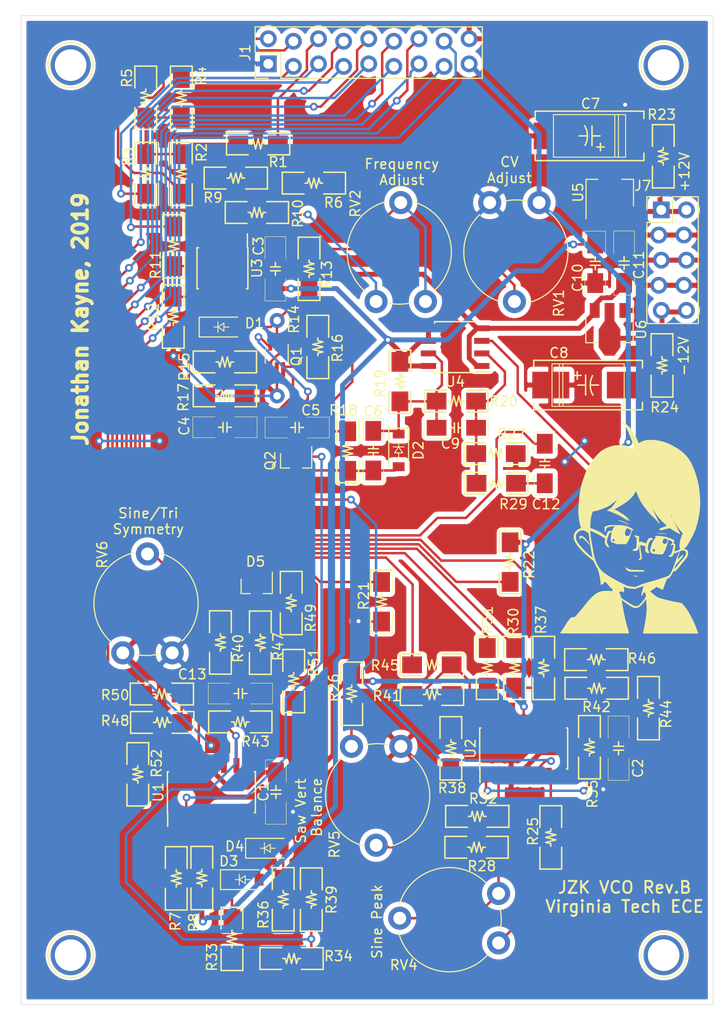
<source format=kicad_pcb>
(kicad_pcb (version 20171130) (host pcbnew "(5.1.0)-1")
  (title_block (title "JZK VCO PCB") (date 2019-05-02) (rev A) (company "Jonathan Kayne"))
  (layers (0 F.Cu signal) (31 B.Cu signal) (34 B.Paste user) (35 F.Paste user) (36 B.SilkS user) (37 F.SilkS user) (38 B.Mask user) (39 F.Mask user) (44 Edge.Cuts user))
  (net 0 "")
  (net 1 +12V)
  (net 2 -12V)
  (net 3 +12VA)
  (net 4 -12VA)
  (net 5 "Net-(C4-Pad2)")
  (net 6 "Net-(C4-Pad1)")
  (net 7 "Net-(C5-Pad2)")
  (net 8 "Net-(C5-Pad1)")
  (net 9 "Net-(C6-Pad2)")
  (net 10 "Net-(C6-Pad1)")
  (net 11 GND)
  (net 12 "Net-(C9-Pad1)")
  (net 13 Soft_SYNC)
  (net 14 Hard_SYNC)
  (net 15 "Net-(C13-Pad1)")
  (net 16 "Net-(C13-Pad2)")
  (net 17 "Net-(D1-Pad1)")
  (net 18 "Net-(D1-Pad2)")
  (net 19 "Net-(D3-Pad1)")
  (net 20 "Net-(D3-Pad2)")
  (net 21 "Net-(D4-Pad2)")
  (net 22 "Net-(D5-Pad3)")
  (net 23 EXP_CV1)
  (net 24 EXP_CV2)
  (net 25 Sine)
  (net 26 Triangle)
  (net 27 Sawtooth)
  (net 28 Pulse)
  (net 29 "Net-(Q1-Pad1)")
  (net 30 "Net-(R1-Pad1)")
  (net 31 EXP_FM_CV)
  (net 32 CV_Fine)
  (net 33 CV_Coarse)
  (net 34 "Net-(R6-Pad2)")
  (net 35 "Net-(R7-Pad2)")
  (net 36 "Net-(R9-Pad1)")
  (net 37 "Net-(R10-Pad1)")
  (net 38 LIN_FM_CV)
  (net 39 "Net-(R12-Pad1)")
  (net 40 "Net-(R13-Pad1)")
  (net 41 +12V_IN)
  (net 42 -12V_IN)
  (net 43 "Net-(R25-Pad1)")
  (net 44 "Net-(R25-Pad2)")
  (net 45 "Net-(R26-Pad1)")
  (net 46 "Net-(R28-Pad1)")
  (net 47 "Net-(R28-Pad2)")
  (net 48 "Net-(R30-Pad1)")
  (net 49 PWM_CV)
  (net 50 "Net-(R32-Pad1)")
  (net 51 "Net-(R35-Pad1)")
  (net 52 "Net-(R38-Pad1)")
  (net 53 "Net-(R40-Pad1)")
  (net 54 "Net-(R41-Pad1)")
  (net 55 "Net-(R42-Pad1)")
  (net 56 "Net-(R42-Pad2)")
  (net 57 "Net-(R48-Pad1)")
  (net 58 "Net-(R50-Pad1)")
  (net 59 PW-)
  (net 60 PW+)
  (net 61 Pulse_Width)
  (net 62 "Net-(CN1-Pad1)")
  (net 63 "Net-(CN2-Pad1)")
  (net 64 "Net-(CN3-Pad1)")
  (net 65 "Net-(CN4-Pad1)")
  (module Synth:VCO_Interface_PCB (layer F.Cu) (at 55 55)
    (fp_text reference REF**)
    (fp_text value VCO_Interface_PCB hide)
  )
  (module Synth:Tempco_Resistor_SOT363 (layer F.Cu) (at 75.8952 84.6328 270)
    (fp_text reference R14 (at -3.9328 -1.7048 270) (layer F.SilkS))
    (fp_text value "1k Tempco")
    (pad 1 thru_hole circle (at -3.81 0 270) (size 1.524 1.524) (drill 0.762) (layers *.Cu *.Mask) (net 18 "Net-(D1-Pad2)"))
    (pad 2 thru_hole circle (at 3.81 0 270) (size 1.524 1.524) (drill 0.762) (layers *.Cu *.Mask) (net 11 GND))
  )
  (module Synth:Potentiometer_Piher_PT-10-V10_Vertical (layer F.Cu) (at 97.4 68.9 270)
    (fp_text reference RV1 (at 10.1746 -6.9962 270) (layer F.SilkS))
    (fp_text value 220k)
    (pad 3 thru_hole circle (at 0 -5 270) (size 2.34 2.34) (drill 1.3) (layers *.Cu *.Mask) (net 2 -12V))
    (pad 2 thru_hole circle (at 10 -2.5 270) (size 2.34 2.34) (drill 1.3) (layers *.Cu *.Mask) (net 34 "Net-(R6-Pad2)"))
    (pad 1 thru_hole circle (at 0 0 270) (size 2.34 2.34) (drill 1.3) (layers *.Cu *.Mask) (net 1 +12V))
  )
  (module Synth:Potentiometer_Piher_PT-10-V10_Vertical (layer F.Cu) (at 90.9 78.9 90)
    (fp_text reference RV2 (at 9.8926 -7.0896 90) (layer F.SilkS))
    (fp_text value 25k)
    (pad 3 thru_hole circle (at 0 -5 90) (size 2.34 2.34) (drill 1.3) (layers *.Cu *.Mask) (net 37 "Net-(R10-Pad1)"))
    (pad 2 thru_hole circle (at 10 -2.5 90) (size 2.34 2.34) (drill 1.3) (layers *.Cu *.Mask) (net 40 "Net-(R13-Pad1)"))
    (pad 1 thru_hole circle (at 0 0 90) (size 2.34 2.34) (drill 1.3) (layers *.Cu *.Mask) (net 40 "Net-(R13-Pad1)"))
  )
  (module Synth:Potentiometer_Piher_PT-10-V10_Vertical (layer F.Cu) (at 98.298 138.7602 180)
    (fp_text reference RV4 (at 9.598 -7.2398 180) (layer F.SilkS))
    (fp_text value 100k)
    (pad 3 thru_hole circle (at 0 -5 180) (size 2.34 2.34) (drill 1.3) (layers *.Cu *.Mask) (net 44 "Net-(R25-Pad2)"))
    (pad 2 thru_hole circle (at 10 -2.5 180) (size 2.34 2.34) (drill 1.3) (layers *.Cu *.Mask) (net 46 "Net-(R28-Pad1)"))
    (pad 1 thru_hole circle (at 0 0 180) (size 2.34 2.34) (drill 1.3) (layers *.Cu *.Mask) (net 46 "Net-(R28-Pad1)"))
  )
  (module Synth:Potentiometer_Piher_PT-10-V10_Vertical (layer F.Cu) (at 83.4136 123.8834 270)
    (fp_text reference RV5 (at 9.9166 1.7136 270) (layer F.SilkS))
    (fp_text value 10k)
    (pad 3 thru_hole circle (at 0 -5 270) (size 2.34 2.34) (drill 1.3) (layers *.Cu *.Mask) (net 11 GND))
    (pad 2 thru_hole circle (at 10 -2.5 270) (size 2.34 2.34) (drill 1.3) (layers *.Cu *.Mask) (net 47 "Net-(R28-Pad2)"))
    (pad 1 thru_hole circle (at 0 0 270) (size 2.34 2.34) (drill 1.3) (layers *.Cu *.Mask) (net 45 "Net-(R26-Pad1)"))
  )
  (module Synth:Potentiometer_Piher_PT-10-V10_Vertical (layer F.Cu) (at 65.278 114.427 90)
    (fp_text reference RV6 (at 9.927 -7.078 90) (layer F.SilkS))
    (fp_text value 47k)
    (pad 3 thru_hole circle (at 0 -5 90) (size 2.34 2.34) (drill 1.3) (layers *.Cu *.Mask) (net 11 GND))
    (pad 2 thru_hole circle (at 10 -2.5 90) (size 2.34 2.34) (drill 1.3) (layers *.Cu *.Mask) (net 53 "Net-(R40-Pad1)"))
    (pad 1 thru_hole circle (at 0 0 90) (size 2.34 2.34) (drill 1.3) (layers *.Cu *.Mask) (net 1 +12V))
  )
  (module Package_TO_SOT_SMD:SOT-363_SC-70-6_Handsoldering (layer F.Cu) (at 75.85 84.45 270)
    (fp_text reference Q1 (at 0 -2 270) (layer F.SilkS))
    (fp_text value BC847BS)
    (pad 6 smd rect (at 1.33 -0.65 270) (size 1.5 0.4) (layers F.Cu F.Paste F.Mask) (net 5 "Net-(C4-Pad2)"))
    (pad 5 smd rect (at 1.33 0 270) (size 1.5 0.4) (layers F.Cu F.Paste F.Mask) (net 11 GND))
    (pad 4 smd rect (at 1.33 0.65 270) (size 1.5 0.4) (layers F.Cu F.Paste F.Mask) (net 29 "Net-(Q1-Pad1)"))
    (pad 3 smd rect (at -1.33 0.65 270) (size 1.5 0.4) (layers F.Cu F.Paste F.Mask) (net 7 "Net-(C5-Pad2)"))
    (pad 2 smd rect (at -1.33 0 270) (size 1.5 0.4) (layers F.Cu F.Paste F.Mask) (net 18 "Net-(D1-Pad2)"))
    (pad 1 smd rect (at -1.33 -0.65 270) (size 1.5 0.4) (layers F.Cu F.Paste F.Mask) (net 29 "Net-(Q1-Pad1)"))
  )
  (module Synth:D_SOD-123 (layer F.Cu) (at 70.2564 81.4832)
    (fp_text reference D1 (at 3.3436 -0.3832) (layer F.SilkS))
    (fp_text value 1N4148W)
    (pad 1 smd rect (at -1.65 0) (size 0.9 1.2) (layers F.Cu F.Paste F.Mask) (net 17 "Net-(D1-Pad1)"))
    (pad 2 smd rect (at 1.65 0) (size 0.9 1.2) (layers F.Cu F.Paste F.Mask) (net 18 "Net-(D1-Pad2)"))
  )
  (module Synth:D_SOD-123 (layer F.Cu) (at 88.1888 93.9556 270)
    (fp_text reference D2 (at 0 -2 270) (layer F.SilkS))
    (fp_text value 1N4148W)
    (pad 1 smd rect (at -1.65 0 270) (size 0.9 1.2) (layers F.Cu F.Paste F.Mask) (net 10 "Net-(C6-Pad1)"))
    (pad 2 smd rect (at 1.65 0 270) (size 0.9 1.2) (layers F.Cu F.Paste F.Mask) (net 9 "Net-(C6-Pad2)"))
  )
  (module Synth:D_SOD-123 (layer F.Cu) (at 72.4144 137.3632)
    (fp_text reference D3 (at -1.4144 -1.8632) (layer F.SilkS))
    (fp_text value 1N4148W)
    (pad 1 smd rect (at -1.65 0) (size 0.9 1.2) (layers F.Cu F.Paste F.Mask) (net 19 "Net-(D3-Pad1)"))
    (pad 2 smd rect (at 1.65 0) (size 0.9 1.2) (layers F.Cu F.Paste F.Mask) (net 20 "Net-(D3-Pad2)"))
  )
  (module Synth:D_SOD-123 (layer F.Cu) (at 74.9544 134.1882)
    (fp_text reference D4 (at -3.3544 -0.1882) (layer F.SilkS))
    (fp_text value 1N4148W)
    (pad 1 smd rect (at -1.65 0) (size 0.9 1.2) (layers F.Cu F.Paste F.Mask) (net 20 "Net-(D3-Pad2)"))
    (pad 2 smd rect (at 1.65 0) (size 0.9 1.2) (layers F.Cu F.Paste F.Mask) (net 21 "Net-(D4-Pad2)"))
  )
  (module Synth:C_1206 (layer F.Cu) (at 75.7682 128.5052 90)
    (fp_text reference C1 (at 0.0052 -1.2682 90) (layer F.SilkS))
    (fp_text value 100nF)
    (pad 2 smd rect (at 2 0 90) (size 2 1.6) (layers F.Cu F.Paste F.Mask) (net 2 -12V))
    (pad 1 smd rect (at -2 0 90) (size 2 1.6) (layers F.Cu F.Paste F.Mask) (net 1 +12V))
  )
  (module Synth:C_1206 (layer F.Cu) (at 110.4392 124.0724 90)
    (fp_text reference C2 (at -2.0276 1.9608 90) (layer F.SilkS))
    (fp_text value 100nF)
    (pad 2 smd rect (at 2 0 90) (size 2 1.6) (layers F.Cu F.Paste F.Mask) (net 2 -12V))
    (pad 1 smd rect (at -2 0 90) (size 2 1.6) (layers F.Cu F.Paste F.Mask) (net 1 +12V))
  )
  (module Synth:C_1206 (layer F.Cu) (at 75.7174 75.597 90)
    (fp_text reference C3 (at 2.297 -1.7174 90) (layer F.SilkS))
    (fp_text value 100nF)
    (pad 2 smd rect (at 2 0 90) (size 2 1.6) (layers F.Cu F.Paste F.Mask) (net 4 -12VA))
    (pad 1 smd rect (at -2 0 90) (size 2 1.6) (layers F.Cu F.Paste F.Mask) (net 3 +12VA))
  )
  (module Synth:C_1206 (layer F.Cu) (at 70.6186 91.6178)
    (fp_text reference C4 (at -4.1186 -0.1178 90) (layer F.SilkS))
    (fp_text value 100pF)
    (pad 2 smd rect (at 2 0) (size 2 1.6) (layers F.Cu F.Paste F.Mask) (net 5 "Net-(C4-Pad2)"))
    (pad 1 smd rect (at -2 0) (size 2 1.6) (layers F.Cu F.Paste F.Mask) (net 6 "Net-(C4-Pad1)"))
  )
  (module Synth:C_1206 (layer F.Cu) (at 77.9206 91.6432 180)
    (fp_text reference C5 (at -1.3794 1.7432 180) (layer F.SilkS))
    (fp_text value 220pF)
    (pad 2 smd rect (at 2 0 180) (size 2 1.6) (layers F.Cu F.Paste F.Mask) (net 7 "Net-(C5-Pad2)"))
    (pad 1 smd rect (at -2 0 180) (size 2 1.6) (layers F.Cu F.Paste F.Mask) (net 8 "Net-(C5-Pad1)"))
  )
  (module Synth:C_1206 (layer F.Cu) (at 85.6234 93.9866 270)
    (fp_text reference C6 (at -3.9866 0.0234) (layer F.SilkS))
    (fp_text value 47pF)
    (pad 2 smd rect (at 2 0 270) (size 2 1.6) (layers F.Cu F.Paste F.Mask) (net 9 "Net-(C6-Pad2)"))
    (pad 1 smd rect (at -2 0 270) (size 2 1.6) (layers F.Cu F.Paste F.Mask) (net 10 "Net-(C6-Pad1)"))
  )
  (module Synth:CP_Tantalum_7343 (layer F.Cu) (at 107.5024 62.1538 180)
    (fp_text reference C7 (at -0.0976 3.2538 180) (layer F.SilkS))
    (fp_text value 22uF)
    (fp_text user + (at -1.1 -1.05 180) (layer F.SilkS))
    (pad 2 smd rect (at 3.775 0 180) (size 3.75 2.7) (layers F.Cu F.Paste F.Mask) (net 11 GND))
    (pad 1 smd rect (at -3.775 0 180) (size 3.75 2.7) (layers F.Cu F.Paste F.Mask) (net 1 +12V))
  )
  (module Synth:CP_Tantalum_7343 (layer F.Cu) (at 107.3562 87.3506)
    (fp_text reference C8 (at -2.9562 -3.2506) (layer F.SilkS))
    (fp_text value 22uF)
    (fp_text user + (at -1.1 -1.05) (layer F.SilkS))
    (pad 2 smd rect (at 3.775 0) (size 3.75 2.7) (layers F.Cu F.Paste F.Mask) (net 2 -12V))
    (pad 1 smd rect (at -3.775 0) (size 3.75 2.7) (layers F.Cu F.Paste F.Mask) (net 11 GND))
  )
  (module Synth:C_1206 (layer F.Cu) (at 94.0242 91.6686 180)
    (fp_text reference C9 (at 0.6 -1.6 180) (layer F.SilkS))
    (fp_text value 10pF)
    (pad 2 smd rect (at 2 0 180) (size 2 1.6) (layers F.Cu F.Paste F.Mask) (net 10 "Net-(C6-Pad1)"))
    (pad 1 smd rect (at -2 0 180) (size 2 1.6) (layers F.Cu F.Paste F.Mask) (net 12 "Net-(C9-Pad1)"))
  )
  (module Synth:C_1206 (layer F.Cu) (at 108.077 75.0382 270)
    (fp_text reference C10 (at 1.4618 1.777 270) (layer F.SilkS))
    (fp_text value 100nF)
    (pad 2 smd rect (at 2 0 270) (size 2 1.6) (layers F.Cu F.Paste F.Mask) (net 11 GND))
    (pad 1 smd rect (at -2 0 270) (size 2 1.6) (layers F.Cu F.Paste F.Mask) (net 3 +12VA))
  )
  (module Synth:C_1206 (layer F.Cu) (at 110.998 75.0128 270)
    (fp_text reference C11 (at 0.1872 -1.502 270) (layer F.SilkS))
    (fp_text value 100nF)
    (pad 2 smd rect (at 2 0 270) (size 2 1.6) (layers F.Cu F.Paste F.Mask) (net 4 -12VA))
    (pad 1 smd rect (at -2 0 270) (size 2 1.6) (layers F.Cu F.Paste F.Mask) (net 11 GND))
  )
  (module Synth:C_1206 (layer F.Cu) (at 102.9716 95.282 270)
    (fp_text reference C12 (at 4.118 -0.1284) (layer F.SilkS))
    (fp_text value 47pF)
    (pad 2 smd rect (at 2 0 270) (size 2 1.6) (layers F.Cu F.Paste F.Mask) (net 14 Hard_SYNC))
    (pad 1 smd rect (at -2 0 270) (size 2 1.6) (layers F.Cu F.Paste F.Mask) (net 13 Soft_SYNC))
  )
  (module Synth:C_1206 (layer F.Cu) (at 72.1802 118.5418 180)
    (fp_text reference C13 (at 4.8802 1.9418 180) (layer F.SilkS))
    (fp_text value 47pF)
    (pad 2 smd rect (at 2 0 180) (size 2 1.6) (layers F.Cu F.Paste F.Mask) (net 16 "Net-(C13-Pad2)"))
    (pad 1 smd rect (at -2 0 180) (size 2 1.6) (layers F.Cu F.Paste F.Mask) (net 15 "Net-(C13-Pad1)"))
  )
  (module Package_TO_SOT_SMD:SOT-23 (layer F.Cu) (at 73.8276 107.68 270)
    (fp_text reference D5 (at -2.48 0.1276) (layer F.SilkS))
    (fp_text value BAV99)
    (pad 3 smd rect (at 1 0 270) (size 0.9 0.8) (layers F.Cu F.Paste F.Mask) (net 22 "Net-(D5-Pad3)"))
    (pad 2 smd rect (at -1 0.95 270) (size 0.9 0.8) (layers F.Cu F.Paste F.Mask) (net 11 GND))
    (pad 1 smd rect (at -1 -0.95 270) (size 0.9 0.8) (layers F.Cu F.Paste F.Mask) (net 11 GND))
  )
  (module Package_TO_SOT_SMD:SOT-23 (layer F.Cu) (at 77.8154 94.98 270)
    (fp_text reference Q2 (at 0.02 2.6154 270) (layer F.SilkS))
    (fp_text value MMBFJ112)
    (pad 3 smd rect (at 1 0 270) (size 0.9 0.8) (layers F.Cu F.Paste F.Mask) (net 9 "Net-(C6-Pad2)"))
    (pad 2 smd rect (at -1 0.95 270) (size 0.9 0.8) (layers F.Cu F.Paste F.Mask) (net 7 "Net-(C5-Pad2)"))
    (pad 1 smd rect (at -1 -0.95 270) (size 0.9 0.8) (layers F.Cu F.Paste F.Mask) (net 8 "Net-(C5-Pad1)"))
  )
  (module Synth:R_1206 (layer F.Cu) (at 73.9714 62.9666)
    (fp_text reference R1 (at 2.0286 1.8334) (layer F.SilkS))
    (fp_text value 100k)
    (pad 2 smd rect (at 2 0) (size 2 1.7) (layers F.Cu F.Paste F.Mask) (net 31 EXP_FM_CV))
    (pad 1 smd rect (at -2 0) (size 2 1.7) (layers F.Cu F.Paste F.Mask) (net 30 "Net-(R1-Pad1)"))
  )
  (module Synth:R_1206 (layer F.Cu) (at 66.2 66 270)
    (fp_text reference R2 (at -2.1708 -2.0558 270) (layer F.SilkS))
    (fp_text value 100k)
    (pad 2 smd rect (at 2 0 270) (size 2 1.7) (layers F.Cu F.Paste F.Mask) (net 23 EXP_CV1))
    (pad 1 smd rect (at -2 0 270) (size 2 1.7) (layers F.Cu F.Paste F.Mask) (net 30 "Net-(R1-Pad1)"))
  )
  (module Synth:R_1206 (layer F.Cu) (at 62.6 66 270)
    (fp_text reference R3 (at -1.7708 1.7994 270) (layer F.SilkS))
    (fp_text value 100k)
    (pad 2 smd rect (at 2 0 270) (size 2 1.7) (layers F.Cu F.Paste F.Mask) (net 24 EXP_CV2))
    (pad 1 smd rect (at -2 0 270) (size 2 1.7) (layers F.Cu F.Paste F.Mask) (net 30 "Net-(R1-Pad1)"))
  )
  (module Synth:R_1206 (layer F.Cu) (at 66.2 58.3 90)
    (fp_text reference R4 (at 2.2 2 90) (layer F.SilkS))
    (fp_text value 3.3M)
    (pad 2 smd rect (at 2 0 90) (size 2 1.7) (layers F.Cu F.Paste F.Mask) (net 32 CV_Fine))
    (pad 1 smd rect (at -2 0 90) (size 2 1.7) (layers F.Cu F.Paste F.Mask) (net 30 "Net-(R1-Pad1)"))
  )
  (module Synth:R_1206 (layer F.Cu) (at 62.6 58.3 90)
    (fp_text reference R5 (at 2 -1.9 90) (layer F.SilkS))
    (fp_text value 220k)
    (pad 2 smd rect (at 2 0 90) (size 2 1.7) (layers F.Cu F.Paste F.Mask) (net 33 CV_Coarse))
    (pad 1 smd rect (at -2 0 90) (size 2 1.7) (layers F.Cu F.Paste F.Mask) (net 30 "Net-(R1-Pad1)"))
  )
  (module Synth:R_1206 (layer F.Cu) (at 79.6102 66.929)
    (fp_text reference R6 (at 1.9898 1.971) (layer F.SilkS))
    (fp_text value 470k)
    (pad 2 smd rect (at 2 0) (size 2 1.7) (layers F.Cu F.Paste F.Mask) (net 34 "Net-(R6-Pad2)"))
    (pad 1 smd rect (at -2 0) (size 2 1.7) (layers F.Cu F.Paste F.Mask) (net 30 "Net-(R1-Pad1)"))
  )
  (module Synth:R_1206 (layer F.Cu) (at 68.2752 137.2042 90)
    (fp_text reference R7 (at -4.3958 -2.6752 90) (layer F.SilkS))
    (fp_text value 68k)
    (pad 2 smd rect (at 2 0 90) (size 2 1.7) (layers F.Cu F.Paste F.Mask) (net 35 "Net-(R7-Pad2)"))
    (pad 1 smd rect (at -2 0 90) (size 2 1.7) (layers F.Cu F.Paste F.Mask) (net 3 +12VA))
  )
  (module Synth:R_1206 (layer F.Cu) (at 65.6844 137.2296 270)
    (fp_text reference R8 (at 4.4704 -1.8 270) (layer F.SilkS))
    (fp_text value 50k)
    (pad 2 smd rect (at 2 0 270) (size 2 1.7) (layers F.Cu F.Paste F.Mask) (net 11 GND))
    (pad 1 smd rect (at -2 0 270) (size 2 1.7) (layers F.Cu F.Paste F.Mask) (net 35 "Net-(R7-Pad2)"))
  )
  (module Synth:R_1206 (layer F.Cu) (at 71.7108 66.421)
    (fp_text reference R9 (at -2.3108 1.979) (layer F.SilkS))
    (fp_text value 47k)
    (pad 2 smd rect (at 2 0) (size 2 1.7) (layers F.Cu F.Paste F.Mask) (net 11 GND))
    (pad 1 smd rect (at -2 0) (size 2 1.7) (layers F.Cu F.Paste F.Mask) (net 36 "Net-(R9-Pad1)"))
  )
  (module Synth:R_1206 (layer F.Cu) (at 73.8444 69.9008 180)
    (fp_text reference R10 (at -4.1556 -0.0992 270) (layer F.SilkS))
    (fp_text value 33k)
    (pad 2 smd rect (at 2 0 180) (size 2 1.7) (layers F.Cu F.Paste F.Mask) (net 30 "Net-(R1-Pad1)"))
    (pad 1 smd rect (at -2 0 180) (size 2 1.7) (layers F.Cu F.Paste F.Mask) (net 37 "Net-(R10-Pad1)"))
  )
  (module Synth:R_1206 (layer F.Cu) (at 65.4304 73.3232 90)
    (fp_text reference R11 (at -1.8768 -1.8304 90) (layer F.SilkS))
    (fp_text value 100k)
    (pad 2 smd rect (at 2 0 90) (size 2 1.7) (layers F.Cu F.Paste F.Mask) (net 38 LIN_FM_CV))
    (pad 1 smd rect (at -2 0 90) (size 2 1.7) (layers F.Cu F.Paste F.Mask) (net 5 "Net-(C4-Pad2)"))
  )
  (module Synth:R_1206 (layer F.Cu) (at 65.3796 80.423 270)
    (fp_text reference R12 (at 0.077 1.9796 270) (layer F.SilkS))
    (fp_text value 100k)
    (pad 2 smd rect (at 2 0 270) (size 2 1.7) (layers F.Cu F.Paste F.Mask) (net 11 GND))
    (pad 1 smd rect (at -2 0 270) (size 2 1.7) (layers F.Cu F.Paste F.Mask) (net 39 "Net-(R12-Pad1)"))
  )
  (module Synth:R_1206 (layer F.Cu) (at 79.121 75.597 270)
    (fp_text reference R13 (at 0.6 -1.8 270) (layer F.SilkS))
    (fp_text value 22k)
    (pad 2 smd rect (at 2 0 270) (size 2 1.7) (layers F.Cu F.Paste F.Mask) (net 18 "Net-(D1-Pad2)"))
    (pad 1 smd rect (at -2 0 270) (size 2 1.7) (layers F.Cu F.Paste F.Mask) (net 40 "Net-(R13-Pad1)"))
  )
  (module Synth:R_1206 (layer F.Cu) (at 70.6054 85.0138 180)
    (fp_text reference R15 (at 4.1054 -0.4862 270) (layer F.SilkS))
    (fp_text value 1M)
    (pad 2 smd rect (at 2 0 180) (size 2 1.7) (layers F.Cu F.Paste F.Mask) (net 17 "Net-(D1-Pad1)"))
    (pad 1 smd rect (at -2 0 180) (size 2 1.7) (layers F.Cu F.Paste F.Mask) (net 29 "Net-(Q1-Pad1)"))
  )
  (module Synth:R_1206 (layer F.Cu) (at 80.01 83.4964 270)
    (fp_text reference R16 (at 0.1036 -1.99 270) (layer F.SilkS))
    (fp_text value 1M)
    (pad 2 smd rect (at 2 0 270) (size 2 1.7) (layers F.Cu F.Paste F.Mask) (net 5 "Net-(C4-Pad2)"))
    (pad 1 smd rect (at -2 0 270) (size 2 1.7) (layers F.Cu F.Paste F.Mask) (net 8 "Net-(C5-Pad1)"))
  )
  (module Synth:R_1206 (layer F.Cu) (at 70.6054 88.4428 180)
    (fp_text reference R17 (at 4.2054 -0.1572 270) (layer F.SilkS))
    (fp_text value 10k)
    (pad 2 smd rect (at 2 0 180) (size 2 1.7) (layers F.Cu F.Paste F.Mask) (net 6 "Net-(C4-Pad1)"))
    (pad 1 smd rect (at -2 0 180) (size 2 1.7) (layers F.Cu F.Paste F.Mask) (net 29 "Net-(Q1-Pad1)"))
  )
  (module Synth:R_1206 (layer F.Cu) (at 83.0326 94.0242 90)
    (fp_text reference R18 (at 4.1242 -0.4326 180) (layer F.SilkS))
    (fp_text value 100k)
    (pad 2 smd rect (at 2 0 90) (size 2 1.7) (layers F.Cu F.Paste F.Mask) (net 8 "Net-(C5-Pad1)"))
    (pad 1 smd rect (at -2 0 90) (size 2 1.7) (layers F.Cu F.Paste F.Mask) (net 9 "Net-(C6-Pad2)"))
  )
  (module Synth:R_1206 (layer F.Cu) (at 88.3158 87.0016 270)
    (fp_text reference R19 (at 0.1984 2.0158 270) (layer F.SilkS))
    (fp_text value 33k)
    (pad 2 smd rect (at 2 0 270) (size 2 1.7) (layers F.Cu F.Paste F.Mask) (net 10 "Net-(C6-Pad1)"))
    (pad 1 smd rect (at -2 0 270) (size 2 1.7) (layers F.Cu F.Paste F.Mask) (net 3 +12VA))
  )
  (module Synth:R_1206 (layer F.Cu) (at 94.0242 88.9762 180)
    (fp_text reference R20 (at -4.7758 -0.0238 180) (layer F.SilkS))
    (fp_text value 1M)
    (pad 2 smd rect (at 2 0 180) (size 2 1.7) (layers F.Cu F.Paste F.Mask) (net 10 "Net-(C6-Pad1)"))
    (pad 1 smd rect (at -2 0 180) (size 2 1.7) (layers F.Cu F.Paste F.Mask) (net 12 "Net-(C9-Pad1)"))
  )
  (module Synth:R_1206 (layer F.Cu) (at 86.4616 109.2642 90)
    (fp_text reference R21 (at 0.6 -1.8 90) (layer F.SilkS))
    (fp_text value 7.5k)
    (pad 2 smd rect (at 2 0 90) (size 2 1.7) (layers F.Cu F.Paste F.Mask) (net 60 PW+))
    (pad 1 smd rect (at -2 0 90) (size 2 1.7) (layers F.Cu F.Paste F.Mask) (net 1 +12V))
  )
  (module Synth:R_1206 (layer F.Cu) (at 99.4664 105.251 90)
    (fp_text reference R22 (at -0.249 1.9336 90) (layer F.SilkS))
    (fp_text value 7.5k)
    (pad 2 smd rect (at 2 0 90) (size 2 1.7) (layers F.Cu F.Paste F.Mask) (net 2 -12V))
    (pad 1 smd rect (at -2 0 90) (size 2 1.7) (layers F.Cu F.Paste F.Mask) (net 59 PW-))
  )
  (module Synth:R_1206 (layer F.Cu) (at 114.9604 64.2178 90)
    (fp_text reference R23 (at 4.2178 -0.1604 180) (layer F.SilkS))
    (fp_text value 10)
    (pad 2 smd rect (at 2 0 90) (size 2 1.7) (layers F.Cu F.Paste F.Mask) (net 1 +12V))
    (pad 1 smd rect (at -2 0 90) (size 2 1.7) (layers F.Cu F.Paste F.Mask) (net 41 +12V_IN))
  )
  (module Synth:R_1206 (layer F.Cu) (at 114.8334 85.3628 270)
    (fp_text reference R24 (at 4.2372 -0.2666) (layer F.SilkS))
    (fp_text value 10)
    (pad 2 smd rect (at 2 0 270) (size 2 1.7) (layers F.Cu F.Paste F.Mask) (net 2 -12V))
    (pad 1 smd rect (at -2 0 270) (size 2 1.7) (layers F.Cu F.Paste F.Mask) (net 42 -12V_IN))
  )
  (module Synth:R_1206 (layer F.Cu) (at 103.5812 133.0894 90)
    (fp_text reference R25 (at 0.6 -1.8 90) (layer F.SilkS))
    (fp_text value 10k)
    (pad 2 smd rect (at 2 0 90) (size 2 1.7) (layers F.Cu F.Paste F.Mask) (net 44 "Net-(R25-Pad2)"))
    (pad 1 smd rect (at -2 0 90) (size 2 1.7) (layers F.Cu F.Paste F.Mask) (net 43 "Net-(R25-Pad1)"))
  )
  (module Synth:R_1206 (layer F.Cu) (at 83.439 118.5606 90)
    (fp_text reference R26 (at 0.6 -1.8 90) (layer F.SilkS))
    (fp_text value 5.6k)
    (pad 2 smd rect (at 2 0 90) (size 2 1.7) (layers F.Cu F.Paste F.Mask) (net 2 -12V))
    (pad 1 smd rect (at -2 0 90) (size 2 1.7) (layers F.Cu F.Paste F.Mask) (net 45 "Net-(R26-Pad1)"))
  )
  (module Synth:R_1206 (layer F.Cu) (at 98.0374 94.2848)
    (fp_text reference R27 (at 1.5626 -1.9848) (layer F.SilkS))
    (fp_text value 10k)
    (pad 2 smd rect (at 2 0) (size 2 1.7) (layers F.Cu F.Paste F.Mask) (net 11 GND))
    (pad 1 smd rect (at -2 0) (size 2 1.7) (layers F.Cu F.Paste F.Mask) (net 12 "Net-(C9-Pad1)"))
  )
  (module Synth:R_1206 (layer F.Cu) (at 96.0694 134.0866 180)
    (fp_text reference R28 (at -0.5306 -1.9134 180) (layer F.SilkS))
    (fp_text value 100k)
    (pad 2 smd rect (at 2 0 180) (size 2 1.7) (layers F.Cu F.Paste F.Mask) (net 47 "Net-(R28-Pad2)"))
    (pad 1 smd rect (at -2 0 180) (size 2 1.7) (layers F.Cu F.Paste F.Mask) (net 46 "Net-(R28-Pad1)"))
  )
  (module Synth:R_1206 (layer F.Cu) (at 98.0628 97.282 180)
    (fp_text reference R29 (at -1.7372 -2.118 180) (layer F.SilkS))
    (fp_text value 10k)
    (pad 2 smd rect (at 2 0 180) (size 2 1.7) (layers F.Cu F.Paste F.Mask) (net 12 "Net-(C9-Pad1)"))
    (pad 1 smd rect (at -2 0 180) (size 2 1.7) (layers F.Cu F.Paste F.Mask) (net 14 Hard_SYNC))
  )
  (module Synth:R_1206 (layer F.Cu) (at 99.9236 115.9444 90)
    (fp_text reference R30 (at 4.6444 -0.1236 90) (layer F.SilkS))
    (fp_text value 180k)
    (pad 2 smd rect (at 2 0 90) (size 2 1.7) (layers F.Cu F.Paste F.Mask) (net 49 PWM_CV))
    (pad 1 smd rect (at -2 0 90) (size 2 1.7) (layers F.Cu F.Paste F.Mask) (net 48 "Net-(R30-Pad1)"))
  )
  (module Synth:R_1206 (layer F.Cu) (at 97.155 115.9444 90)
    (fp_text reference R31 (at 4.8444 0.045 90) (layer F.SilkS))
    (fp_text value 100k)
    (pad 2 smd rect (at 2 0 90) (size 2 1.7) (layers F.Cu F.Paste F.Mask) (net 61 Pulse_Width))
    (pad 1 smd rect (at -2 0 90) (size 2 1.7) (layers F.Cu F.Paste F.Mask) (net 48 "Net-(R30-Pad1)"))
  )
  (module Synth:R_1206 (layer F.Cu) (at 96.1456 130.9624)
    (fp_text reference R32 (at 0.6 -1.8) (layer F.SilkS))
    (fp_text value 220k)
    (pad 2 smd rect (at 2 0) (size 2 1.7) (layers F.Cu F.Paste F.Mask) (net 46 "Net-(R28-Pad1)"))
    (pad 1 smd rect (at -2 0) (size 2 1.7) (layers F.Cu F.Paste F.Mask) (net 50 "Net-(R32-Pad1)"))
  )
  (module Synth:R_1206 (layer F.Cu) (at 71.3232 143.351 270)
    (fp_text reference R33 (at 1.849 2.0232 270) (layer F.SilkS))
    (fp_text value 100k)
    (pad 2 smd rect (at 2 0 270) (size 2 1.7) (layers F.Cu F.Paste F.Mask) (net 50 "Net-(R32-Pad1)"))
    (pad 1 smd rect (at -2 0 270) (size 2 1.7) (layers F.Cu F.Paste F.Mask) (net 19 "Net-(D3-Pad1)"))
  )
  (module Synth:R_1206 (layer F.Cu) (at 77.3496 145.3388 180)
    (fp_text reference R34 (at -4.7504 0.2388 180) (layer F.SilkS))
    (fp_text value 100k)
    (pad 2 smd rect (at 2 0 180) (size 2 1.7) (layers F.Cu F.Paste F.Mask) (net 50 "Net-(R32-Pad1)"))
    (pad 1 smd rect (at -2 0 180) (size 2 1.7) (layers F.Cu F.Paste F.Mask) (net 16 "Net-(C13-Pad2)"))
  )
  (module Synth:R_1206 (layer F.Cu) (at 107.4928 123.9708 270)
    (fp_text reference R35 (at 4.7292 -0.3072 90) (layer F.SilkS))
    (fp_text value 10k)
    (pad 2 smd rect (at 2 0 270) (size 2 1.7) (layers F.Cu F.Paste F.Mask) (net 50 "Net-(R32-Pad1)"))
    (pad 1 smd rect (at -2 0 270) (size 2 1.7) (layers F.Cu F.Paste F.Mask) (net 51 "Net-(R35-Pad1)"))
  )
  (module Synth:R_1206 (layer F.Cu) (at 76.5048 139.351 270)
    (fp_text reference R36 (at 1.549 2.0048 270) (layer F.SilkS))
    (fp_text value 100k)
    (pad 2 smd rect (at 2 0 270) (size 2 1.7) (layers F.Cu F.Paste F.Mask) (net 19 "Net-(D3-Pad1)"))
    (pad 1 smd rect (at -2 0 270) (size 2 1.7) (layers F.Cu F.Paste F.Mask) (net 21 "Net-(D4-Pad2)"))
  )
  (module Synth:R_1206 (layer F.Cu) (at 102.87 115.9576 90)
    (fp_text reference R37 (at 4.8576 -0.27 90) (layer F.SilkS))
    (fp_text value 470k)
    (pad 2 smd rect (at 2 0 90) (size 2 1.7) (layers F.Cu F.Paste F.Mask) (net 11 GND))
    (pad 1 smd rect (at -2 0 90) (size 2 1.7) (layers F.Cu F.Paste F.Mask) (net 48 "Net-(R30-Pad1)"))
  )
  (module Synth:R_1206 (layer F.Cu) (at 93.472 124.0856 270)
    (fp_text reference R38 (at 4.0144 -0.128) (layer F.SilkS))
    (fp_text value 100k)
    (pad 2 smd rect (at 2 0 270) (size 2 1.7) (layers F.Cu F.Paste F.Mask) (net 50 "Net-(R32-Pad1)"))
    (pad 1 smd rect (at -2 0 270) (size 2 1.7) (layers F.Cu F.Paste F.Mask) (net 52 "Net-(R38-Pad1)"))
  )
  (module Synth:R_1206 (layer F.Cu) (at 79.3496 139.3764 270)
    (fp_text reference R39 (at 0.0236 -2.0504 270) (layer F.SilkS))
    (fp_text value 50k)
    (pad 2 smd rect (at 2 0 270) (size 2 1.7) (layers F.Cu F.Paste F.Mask) (net 16 "Net-(C13-Pad2)"))
    (pad 1 smd rect (at -2 0 270) (size 2 1.7) (layers F.Cu F.Paste F.Mask) (net 21 "Net-(D4-Pad2)"))
  )
  (module Synth:R_1206 (layer F.Cu) (at 70.1548 113.379 270)
    (fp_text reference R40 (at 0.6 -1.8 270) (layer F.SilkS))
    (fp_text value 150k)
    (pad 2 smd rect (at 2 0 270) (size 2 1.7) (layers F.Cu F.Paste F.Mask) (net 16 "Net-(C13-Pad2)"))
    (pad 1 smd rect (at -2 0 270) (size 2 1.7) (layers F.Cu F.Paste F.Mask) (net 53 "Net-(R40-Pad1)"))
  )
  (module Synth:R_1206 (layer F.Cu) (at 91.5604 118.6434)
    (fp_text reference R41 (at -4.5604 0.1566) (layer F.SilkS))
    (fp_text value 100k)
    (pad 2 smd rect (at 2 0) (size 2 1.7) (layers F.Cu F.Paste F.Mask) (net 52 "Net-(R38-Pad1)"))
    (pad 1 smd rect (at -2 0) (size 2 1.7) (layers F.Cu F.Paste F.Mask) (net 54 "Net-(R41-Pad1)"))
  )
  (module Synth:R_1206 (layer F.Cu) (at 108.2228 118.0084 180)
    (fp_text reference R42 (at 0.0228 -1.8916 180) (layer F.SilkS))
    (fp_text value 10k)
    (pad 2 smd rect (at 2 0 180) (size 2 1.7) (layers F.Cu F.Paste F.Mask) (net 56 "Net-(R42-Pad2)"))
    (pad 1 smd rect (at -2 0 180) (size 2 1.7) (layers F.Cu F.Paste F.Mask) (net 55 "Net-(R42-Pad1)"))
  )
  (module Synth:R_1206 (layer F.Cu) (at 72.168 121.412 180)
    (fp_text reference R43 (at -1.532 -1.988 180) (layer F.SilkS))
    (fp_text value 200k)
    (pad 2 smd rect (at 2 0 180) (size 2 1.7) (layers F.Cu F.Paste F.Mask) (net 16 "Net-(C13-Pad2)"))
    (pad 1 smd rect (at -2 0 180) (size 2 1.7) (layers F.Cu F.Paste F.Mask) (net 15 "Net-(C13-Pad1)"))
  )
  (module Synth:R_1206 (layer F.Cu) (at 113.4618 120.0216 270)
    (fp_text reference R44 (at 0.6 -1.8 270) (layer F.SilkS))
    (fp_text value 4.7k)
    (pad 2 smd rect (at 2 0 270) (size 2 1.7) (layers F.Cu F.Paste F.Mask) (net 11 GND))
    (pad 1 smd rect (at -2 0 270) (size 2 1.7) (layers F.Cu F.Paste F.Mask) (net 55 "Net-(R42-Pad1)"))
  )
  (module Synth:R_1206 (layer F.Cu) (at 91.5482 115.6462)
    (fp_text reference R45 (at -4.7482 0.0538) (layer F.SilkS))
    (fp_text value 1k)
    (pad 2 smd rect (at 2 0) (size 2 1.7) (layers F.Cu F.Paste F.Mask) (net 54 "Net-(R41-Pad1)"))
    (pad 1 smd rect (at -2 0) (size 2 1.7) (layers F.Cu F.Paste F.Mask) (net 27 Sawtooth))
  )
  (module Synth:R_1206 (layer F.Cu) (at 108.1852 115.1128)
    (fp_text reference R46 (at 4.6148 -0.1128) (layer F.SilkS))
    (fp_text value 1k)
    (pad 2 smd rect (at 2 0) (size 2 1.7) (layers F.Cu F.Paste F.Mask) (net 55 "Net-(R42-Pad1)"))
    (pad 1 smd rect (at -2 0) (size 2 1.7) (layers F.Cu F.Paste F.Mask) (net 28 Pulse))
  )
  (module Synth:R_1206 (layer F.Cu) (at 74.1934 113.4044 270)
    (fp_text reference R47 (at 0.3956 -1.8066 270) (layer F.SilkS))
    (fp_text value 150k)
    (pad 2 smd rect (at 2 0 270) (size 2 1.7) (layers F.Cu F.Paste F.Mask) (net 15 "Net-(C13-Pad1)"))
    (pad 1 smd rect (at -2 0 270) (size 2 1.7) (layers F.Cu F.Paste F.Mask) (net 22 "Net-(D5-Pad3)"))
  )
  (module Synth:R_1206 (layer F.Cu) (at 64.23 118.5926 180)
    (fp_text reference R48 (at 4.73 -2.7074 180) (layer F.SilkS))
    (fp_text value 1.5k)
    (pad 2 smd rect (at 2 0 180) (size 2 1.7) (layers F.Cu F.Paste F.Mask) (net 11 GND))
    (pad 1 smd rect (at -2 0 180) (size 2 1.7) (layers F.Cu F.Paste F.Mask) (net 57 "Net-(R48-Pad1)"))
  )
  (module Synth:R_1206 (layer F.Cu) (at 77.3176 109.3912 90)
    (fp_text reference R49 (at -1.5088 1.9824 90) (layer F.SilkS))
    (fp_text value 22k)
    (pad 2 smd rect (at 2 0 90) (size 2 1.7) (layers F.Cu F.Paste F.Mask) (net 11 GND))
    (pad 1 smd rect (at -2 0 90) (size 2 1.7) (layers F.Cu F.Paste F.Mask) (net 22 "Net-(D5-Pad3)"))
  )
  (module Synth:R_1206 (layer F.Cu) (at 64.2686 121.4628)
    (fp_text reference R50 (at -4.7686 -2.7628) (layer F.SilkS))
    (fp_text value 15k)
    (pad 2 smd rect (at 2 0) (size 2 1.7) (layers F.Cu F.Paste F.Mask) (net 57 "Net-(R48-Pad1)"))
    (pad 1 smd rect (at -2 0) (size 2 1.7) (layers F.Cu F.Paste F.Mask) (net 58 "Net-(R50-Pad1)"))
  )
  (module Synth:R_1206 (layer F.Cu) (at 77.5716 117.2906 90)
    (fp_text reference R51 (at 1.8906 2.0284 90) (layer F.SilkS))
    (fp_text value 1k)
    (pad 2 smd rect (at 2 0 90) (size 2 1.7) (layers F.Cu F.Paste F.Mask) (net 15 "Net-(C13-Pad1)"))
    (pad 1 smd rect (at -2 0 90) (size 2 1.7) (layers F.Cu F.Paste F.Mask) (net 26 Triangle))
  )
  (module Synth:R_1206 (layer F.Cu) (at 61.7982 126.714 90)
    (fp_text reference R52 (at 1.114 1.9018 90) (layer F.SilkS))
    (fp_text value 1k)
    (pad 2 smd rect (at 2 0 90) (size 2 1.7) (layers F.Cu F.Paste F.Mask) (net 58 "Net-(R50-Pad1)"))
    (pad 1 smd rect (at -2 0 90) (size 2 1.7) (layers F.Cu F.Paste F.Mask) (net 25 Sine))
  )
  (module Package_SO:SOIC-14_3.9x8.7mm_P1.27mm (layer F.Cu) (at 69.2404 128.524 90)
    (fp_text reference U1 (at 0 -5.375 90) (layer F.SilkS))
    (fp_text value TL074)
    (pad 14 smd rect (at 2.7 -3.81 90) (size 1.5 0.6) (layers F.Cu F.Paste F.Mask) (net 58 "Net-(R50-Pad1)"))
    (pad 13 smd rect (at 2.7 -2.54 90) (size 1.5 0.6) (layers F.Cu F.Paste F.Mask) (net 57 "Net-(R48-Pad1)"))
    (pad 12 smd rect (at 2.7 -1.27 90) (size 1.5 0.6) (layers F.Cu F.Paste F.Mask) (net 22 "Net-(D5-Pad3)"))
    (pad 11 smd rect (at 2.7 0 90) (size 1.5 0.6) (layers F.Cu F.Paste F.Mask) (net 2 -12V))
    (pad 10 smd rect (at 2.7 1.27 90) (size 1.5 0.6) (layers F.Cu F.Paste F.Mask) (net 11 GND))
    (pad 9 smd rect (at 2.7 2.54 90) (size 1.5 0.6) (layers F.Cu F.Paste F.Mask) (net 16 "Net-(C13-Pad2)"))
    (pad 8 smd rect (at 2.7 3.81 90) (size 1.5 0.6) (layers F.Cu F.Paste F.Mask) (net 15 "Net-(C13-Pad1)"))
    (pad 7 smd rect (at -2.7 3.81 90) (size 1.5 0.6) (layers F.Cu F.Paste F.Mask) (net 20 "Net-(D3-Pad2)"))
    (pad 6 smd rect (at -2.7 2.54 90) (size 1.5 0.6) (layers F.Cu F.Paste F.Mask) (net 19 "Net-(D3-Pad1)"))
    (pad 5 smd rect (at -2.7 1.27 90) (size 1.5 0.6) (layers F.Cu F.Paste F.Mask) (net 11 GND))
    (pad 4 smd rect (at -2.7 0 90) (size 1.5 0.6) (layers F.Cu F.Paste F.Mask) (net 1 +12V))
    (pad 3 smd rect (at -2.7 -1.27 90) (size 1.5 0.6) (layers F.Cu F.Paste F.Mask) (net 35 "Net-(R7-Pad2)"))
    (pad 2 smd rect (at -2.7 -2.54 90) (size 1.5 0.6) (layers F.Cu F.Paste F.Mask) (net 8 "Net-(C5-Pad1)"))
    (pad 1 smd rect (at -2.7 -3.81 90) (size 1.5 0.6) (layers F.Cu F.Paste F.Mask) (net 8 "Net-(C5-Pad1)"))
  )
  (module Package_SO:SOIC-14_3.9x8.7mm_P1.27mm (layer F.Cu) (at 100.838 124.1044 90)
    (fp_text reference U2 (at 0 -5.375 90) (layer F.SilkS))
    (fp_text value TL074)
    (pad 14 smd rect (at 2.7 -3.81 90) (size 1.5 0.6) (layers F.Cu F.Paste F.Mask) (net 54 "Net-(R41-Pad1)"))
    (pad 13 smd rect (at 2.7 -2.54 90) (size 1.5 0.6) (layers F.Cu F.Paste F.Mask) (net 52 "Net-(R38-Pad1)"))
    (pad 12 smd rect (at 2.7 -1.27 90) (size 1.5 0.6) (layers F.Cu F.Paste F.Mask) (net 11 GND))
    (pad 11 smd rect (at 2.7 0 90) (size 1.5 0.6) (layers F.Cu F.Paste F.Mask) (net 2 -12V))
    (pad 10 smd rect (at 2.7 1.27 90) (size 1.5 0.6) (layers F.Cu F.Paste F.Mask) (net 48 "Net-(R30-Pad1)"))
    (pad 9 smd rect (at 2.7 2.54 90) (size 1.5 0.6) (layers F.Cu F.Paste F.Mask) (net 51 "Net-(R35-Pad1)"))
    (pad 8 smd rect (at 2.7 3.81 90) (size 1.5 0.6) (layers F.Cu F.Paste F.Mask) (net 56 "Net-(R42-Pad2)"))
    (pad 7 smd rect (at -2.7 3.81 90) (size 1.5 0.6) (layers F.Cu F.Paste F.Mask) (net 44 "Net-(R25-Pad2)"))
    (pad 6 smd rect (at -2.7 2.54 90) (size 1.5 0.6) (layers F.Cu F.Paste F.Mask) (net 44 "Net-(R25-Pad2)"))
    (pad 5 smd rect (at -2.7 1.27 90) (size 1.5 0.6) (layers F.Cu F.Paste F.Mask) (net 7 "Net-(C5-Pad2)"))
    (pad 4 smd rect (at -2.7 0 90) (size 1.5 0.6) (layers F.Cu F.Paste F.Mask) (net 1 +12V))
    (pad 3 smd rect (at -2.7 -1.27 90) (size 1.5 0.6) (layers F.Cu F.Paste F.Mask) (net 11 GND))
    (pad 2 smd rect (at -2.7 -2.54 90) (size 1.5 0.6) (layers F.Cu F.Paste F.Mask) (net 46 "Net-(R28-Pad1)"))
    (pad 1 smd rect (at -2.7 -3.81 90) (size 1.5 0.6) (layers F.Cu F.Paste F.Mask) (net 50 "Net-(R32-Pad1)"))
  )
  (module Package_SO:SOIC-8_3.9x4.9mm_P1.27mm (layer F.Cu) (at 70.358 75.5396 270)
    (fp_text reference U3 (at 0 -3.5 270) (layer F.SilkS))
    (fp_text value OPA2137)
    (pad 8 smd rect (at 2.7 -1.905 270) (size 1.55 0.6) (layers F.Cu F.Paste F.Mask) (net 3 +12VA))
    (pad 7 smd rect (at 2.7 -0.635 270) (size 1.55 0.6) (layers F.Cu F.Paste F.Mask) (net 6 "Net-(C4-Pad1)"))
    (pad 6 smd rect (at 2.7 0.635 270) (size 1.55 0.6) (layers F.Cu F.Paste F.Mask) (net 5 "Net-(C4-Pad2)"))
    (pad 5 smd rect (at 2.7 1.905 270) (size 1.55 0.6) (layers F.Cu F.Paste F.Mask) (net 39 "Net-(R12-Pad1)"))
    (pad 4 smd rect (at -2.7 1.905 270) (size 1.55 0.6) (layers F.Cu F.Paste F.Mask) (net 4 -12VA))
    (pad 3 smd rect (at -2.7 0.635 270) (size 1.55 0.6) (layers F.Cu F.Paste F.Mask) (net 36 "Net-(R9-Pad1)"))
    (pad 2 smd rect (at -2.7 -0.635 270) (size 1.55 0.6) (layers F.Cu F.Paste F.Mask) (net 30 "Net-(R1-Pad1)"))
    (pad 1 smd rect (at -2.7 -1.905 270) (size 1.55 0.6) (layers F.Cu F.Paste F.Mask) (net 40 "Net-(R13-Pad1)"))
  )
  (module Package_SO:SOIC-8_3.9x4.9mm_P1.27mm (layer F.Cu) (at 93.9038 83.5152 180)
    (fp_text reference U4 (at 0 -3.5 180) (layer F.SilkS))
    (fp_text value LM311)
    (pad 8 smd rect (at 2.7 -1.905 180) (size 1.55 0.6) (layers F.Cu F.Paste F.Mask) (net 3 +12VA))
    (pad 7 smd rect (at 2.7 -0.635 180) (size 1.55 0.6) (layers F.Cu F.Paste F.Mask) (net 10 "Net-(C6-Pad1)"))
    (pad 6 smd rect (at 2.7 0.635 180) (size 1.55 0.6) (layers F.Cu F.Paste F.Mask) (net 3 +12VA))
    (pad 5 smd rect (at 2.7 1.905 180) (size 1.55 0.6) (layers F.Cu F.Paste F.Mask) (net 3 +12VA))
    (pad 4 smd rect (at -2.7 1.905 180) (size 1.55 0.6) (layers F.Cu F.Paste F.Mask) (net 4 -12VA))
    (pad 3 smd rect (at -2.7 0.635 180) (size 1.55 0.6) (layers F.Cu F.Paste F.Mask) (net 43 "Net-(R25-Pad1)"))
    (pad 2 smd rect (at -2.7 -0.635 180) (size 1.55 0.6) (layers F.Cu F.Paste F.Mask) (net 12 "Net-(C9-Pad1)"))
    (pad 1 smd rect (at -2.7 -1.905 180) (size 1.55 0.6) (layers F.Cu F.Paste F.Mask) (net 4 -12VA))
  )
  (module Package_TO_SOT_SMD:SOT-89-3 (layer F.Cu) (at 109.5502 68.326 90)
    (fp_text reference U5 (at 0.45 -3.2 90) (layer F.SilkS))
    (fp_text value L78L12_SOT89)
    (pad 2 smd trapezoid (at -0.0762 0 180) (size 1.5 1) (rect_delta 0 0.7) (layers F.Cu F.Paste F.Mask) (net 11 GND))
    (pad 2 smd rect (at 1.3335 0) (size 2.2 1.84) (layers F.Cu F.Paste F.Mask) (net 11 GND))
    (pad 3 smd rect (at -1.48 1.5) (size 1 1.5) (layers F.Cu F.Paste F.Mask) (net 41 +12V_IN))
    (pad 2 smd rect (at -1.3335 0) (size 1 1.8) (layers F.Cu F.Paste F.Mask) (net 11 GND))
    (pad 1 smd rect (at -1.48 -1.5) (size 1 1.5) (layers F.Cu F.Paste F.Mask) (net 3 +12VA))
    (pad 2 smd trapezoid (at 2.667 0) (size 1.6 0.85) (rect_delta 0 0.6) (layers F.Cu F.Paste F.Mask) (net 11 GND))
  )
  (module Package_TO_SOT_SMD:SOT-89-3 (layer F.Cu) (at 109.5234 81.2868 270)
    (fp_text reference U6 (at 0.45 -3.2 270) (layer F.SilkS))
    (fp_text value L79L12_SOT89)
    (pad 2 smd trapezoid (at -0.0762 0) (size 1.5 1) (rect_delta 0 0.7) (layers F.Cu F.Paste F.Mask) (net 42 -12V_IN))
    (pad 2 smd rect (at 1.3335 0 180) (size 2.2 1.84) (layers F.Cu F.Paste F.Mask) (net 42 -12V_IN))
    (pad 3 smd rect (at -1.48 1.5 180) (size 1 1.5) (layers F.Cu F.Paste F.Mask) (net 4 -12VA))
    (pad 2 smd rect (at -1.3335 0 180) (size 1 1.8) (layers F.Cu F.Paste F.Mask) (net 42 -12V_IN))
    (pad 1 smd rect (at -1.48 -1.5 180) (size 1 1.5) (layers F.Cu F.Paste F.Mask) (net 11 GND))
    (pad 2 smd trapezoid (at 2.667 0 180) (size 1.6 0.85) (rect_delta 0 0.6) (layers F.Cu F.Paste F.Mask) (net 42 -12V_IN))
  )
  (module Synth:PinHeader_2x09_P2.54mm_Vertical_Zigzag (layer F.Cu) (at 75 55 90)
    (fp_text reference J1 (at 1.27 -2.33 90) (layer F.SilkS))
    (fp_text value Interface)
    (pad 18 thru_hole oval (at 2.667 20.32 90) (size 1.7 1.7) (drill 1) (layers *.Cu *.Mask) (net 11 GND))
    (pad 17 thru_hole oval (at 0.127 20.32 90) (size 1.7 1.7) (drill 1) (layers *.Cu *.Mask) (net 2 -12V))
    (pad 16 thru_hole oval (at 2.413 17.78 90) (size 1.7 1.7) (drill 1) (layers *.Cu *.Mask) (net 13 Soft_SYNC))
    (pad 15 thru_hole oval (at -0.127 17.78 90) (size 1.7 1.7) (drill 1) (layers *.Cu *.Mask) (net 28 Pulse))
    (pad 14 thru_hole oval (at 2.667 15.24 90) (size 1.7 1.7) (drill 1) (layers *.Cu *.Mask) (net 59 PW-))
    (pad 13 thru_hole oval (at 0.127 15.24 90) (size 1.7 1.7) (drill 1) (layers *.Cu *.Mask) (net 49 PWM_CV))
    (pad 12 thru_hole oval (at 2.413 12.7 90) (size 1.7 1.7) (drill 1) (layers *.Cu *.Mask) (net 61 Pulse_Width))
    (pad 11 thru_hole oval (at -0.127 12.7 90) (size 1.7 1.7) (drill 1) (layers *.Cu *.Mask) (net 27 Sawtooth))
    (pad 10 thru_hole oval (at 2.667 10.16 90) (size 1.7 1.7) (drill 1) (layers *.Cu *.Mask) (net 60 PW+))
    (pad 9 thru_hole oval (at 0.127 10.16 90) (size 1.7 1.7) (drill 1) (layers *.Cu *.Mask) (net 26 Triangle))
    (pad 8 thru_hole oval (at 2.413 7.62 90) (size 1.7 1.7) (drill 1) (layers *.Cu *.Mask) (net 25 Sine))
    (pad 7 thru_hole oval (at -0.127 7.62 90) (size 1.7 1.7) (drill 1) (layers *.Cu *.Mask) (net 38 LIN_FM_CV))
    (pad 6 thru_hole oval (at 2.667 5.08 90) (size 1.7 1.7) (drill 1) (layers *.Cu *.Mask) (net 31 EXP_FM_CV))
    (pad 5 thru_hole oval (at 0.127 5.08 90) (size 1.7 1.7) (drill 1) (layers *.Cu *.Mask) (net 24 EXP_CV2))
    (pad 4 thru_hole oval (at 2.413 2.54 90) (size 1.7 1.7) (drill 1) (layers *.Cu *.Mask) (net 23 EXP_CV1))
    (pad 3 thru_hole oval (at -0.127 2.54 90) (size 1.7 1.7) (drill 1) (layers *.Cu *.Mask) (net 32 CV_Fine))
    (pad 2 thru_hole oval (at 2.667 0 90) (size 1.7 1.7) (drill 1) (layers *.Cu *.Mask) (net 33 CV_Coarse))
    (pad 1 thru_hole rect (at 0.127 0 90) (size 1.7 1.7) (drill 1) (layers *.Cu *.Mask) (net 1 +12V))
  )
  (module Synth:PinHeader_2x05_P2.54mm_Vertical_Zigzag (layer F.Cu) (at 114.633 69.64)
    (fp_text reference J7 (at -1.733 -2.44) (layer F.SilkS))
    (fp_text value Power)
    (pad 10 thru_hole oval (at 2.667 10.16) (size 1.7 1.7) (drill 1) (layers *.Cu *.Mask) (net 42 -12V_IN))
    (pad 9 thru_hole oval (at 0.127 10.16) (size 1.7 1.7) (drill 1) (layers *.Cu *.Mask) (net 42 -12V_IN))
    (pad 8 thru_hole oval (at 2.413 7.62) (size 1.7 1.7) (drill 1) (layers *.Cu *.Mask) (net 11 GND))
    (pad 7 thru_hole oval (at -0.127 7.62) (size 1.7 1.7) (drill 1) (layers *.Cu *.Mask) (net 11 GND))
    (pad 6 thru_hole oval (at 2.667 5.08) (size 1.7 1.7) (drill 1) (layers *.Cu *.Mask) (net 11 GND))
    (pad 5 thru_hole oval (at 0.127 5.08) (size 1.7 1.7) (drill 1) (layers *.Cu *.Mask) (net 11 GND))
    (pad 4 thru_hole oval (at 2.413 2.54) (size 1.7 1.7) (drill 1) (layers *.Cu *.Mask) (net 11 GND))
    (pad 3 thru_hole oval (at -0.127 2.54) (size 1.7 1.7) (drill 1) (layers *.Cu *.Mask) (net 11 GND))
    (pad 2 thru_hole oval (at 2.667 0) (size 1.7 1.7) (drill 1) (layers *.Cu *.Mask) (net 41 +12V_IN))
    (pad 1 thru_hole rect (at 0.127 0) (size 1.7 1.7) (drill 1) (layers *.Cu *.Mask) (net 41 +12V_IN))
  )
  (module Synth:M3_Screw_Hole (layer F.Cu) (at 55 55)
    (fp_text reference CN1 hide)
    (fp_text value M3_Screw hide)
    (pad 1 thru_hole circle (at 0 0) (size 4.064 4.064) (drill 3.2) (layers *.Cu *.Mask) (net 62 "Net-(CN1-Pad1)"))
  )
  (module Synth:M3_Screw_Hole (layer F.Cu) (at 115 145)
    (fp_text reference CN2 hide)
    (fp_text value M3_Screw hide)
    (pad 1 thru_hole circle (at 0 0) (size 4.064 4.064) (drill 3.2) (layers *.Cu *.Mask) (net 63 "Net-(CN2-Pad1)"))
  )
  (module Synth:M3_Screw_Hole (layer F.Cu) (at 115 55)
    (fp_text reference CN3 hide)
    (fp_text value M3_Screw hide)
    (pad 1 thru_hole circle (at 0 0) (size 4.064 4.064) (drill 3.2) (layers *.Cu *.Mask) (net 64 "Net-(CN3-Pad1)"))
  )
  (module Synth:M3_Screw_Hole (layer F.Cu) (at 55 145)
    (fp_text reference CN4 hide)
    (fp_text value M3_Screw hide)
    (pad 1 thru_hole circle (at 0 0) (size 4.064 4.064) (drill 3.2) (layers *.Cu *.Mask) (net 65 "Net-(CN4-Pad1)"))
  )
  (module Synth:ChibiHead (layer F.Cu) (at 112.3 101.5)
    (fp_text reference PHOTO1 hide)
    (fp_text value ChibiHead hide)
  )
  (gr_text "Jonathan Kayne, 2019" (at 55.9816 80.6958 90) (layer F.SilkS) (effects (font (size 1.5 1.5) (thickness 0.375))))
  (gr_text "JZK VCO Rev.B\nVirginia Tech ECE" (at 111.0488 139.1158) (layer F.SilkS) (effects (font (size 1.2 1.2) (thickness 0.2))))
  (gr_text "Saw Vert \nBalance" (at 79.0956 130.048 90) (layer F.SilkS) (effects (font (size 1 1))))
  (gr_text "Sine Peak" (at 86.0044 141.605 90) (layer F.SilkS) (effects (font (size 1 1))))
  (gr_text "Sine/Tri\nSymmetry" (at 62.865 101.1174) (layer F.SilkS) (effects (font (size 1 1))))
  (gr_text "Frequency\nAdjust" (at 88.5 65.8) (layer F.SilkS) (effects (font (size 1 1))))
  (gr_text "CV\nAdjust" (at 99.4 65.6) (layer F.SilkS) (effects (font (size 1 1))))
  (gr_text -12V (at 117.0178 84.4296 90) (layer F.SilkS) (effects (font (size 1 1))))
  (gr_text +12V (at 117.094 65.786 90) (layer F.SilkS) (effects (font (size 1 1))))
  (gr_line (start 50 150) (end 50 50) (layer Edge.Cuts) (width 0.05))
  (gr_line (start 120 150) (end 50 150) (layer Edge.Cuts) (width 0.05))
  (gr_line (start 120 50) (end 120 150) (layer Edge.Cuts) (width 0.05))
  (gr_line (start 50 50) (end 120 50) (layer Edge.Cuts) (width 0.05))
  (via (at 111.0996 59.0042) (size 0.8) (drill 0.4) (layers F.Cu B.Cu) (net 1))
  (via (at 84.1248 111.2266) (size 0.8) (drill 0.4) (layers F.Cu B.Cu) (net 1))
  (segment (start 86.4616 111.2642) (end 84.1624 111.2642) (width 0.25) (layer F.Cu) (net 1))
  (segment (start 84.1624 111.2642) (end 84.1248 111.2266) (width 0.25) (layer F.Cu) (net 1))
  (via (at 108.8898 128.2192) (size 0.8) (drill 0.4) (layers F.Cu B.Cu) (net 1))
  (via (at 77.4954 130.5052) (size 0.8) (drill 0.4) (layers F.Cu B.Cu) (net 1))
  (segment (start 111.3414 62.2178) (end 111.2774 62.1538) (width 0.5) (layer F.Cu) (net 1))
  (segment (start 114.9604 62.2178) (end 111.3414 62.2178) (width 0.5) (layer F.Cu) (net 1))
  (segment (start 111.2774 59.182) (end 111.0996 59.0042) (width 0.5) (layer F.Cu) (net 1))
  (segment (start 111.2774 62.1538) (end 111.2774 59.182) (width 0.5) (layer F.Cu) (net 1))
  (segment (start 110.4392 125.8724) (end 110.4392 126.0724) (width 0.5) (layer F.Cu) (net 1))
  (segment (start 109.087599 124.520799) (end 110.4392 125.8724) (width 0.5) (layer F.Cu) (net 1))
  (segment (start 102.531599 124.520799) (end 109.087599 124.520799) (width 0.5) (layer F.Cu) (net 1))
  (segment (start 100.838 126.214398) (end 102.531599 124.520799) (width 0.5) (layer F.Cu) (net 1))
  (segment (start 100.838 126.8044) (end 100.838 126.214398) (width 0.5) (layer F.Cu) (net 1))
  (segment (start 110.4392 126.6698) (end 108.8898 128.2192) (width 0.5) (layer F.Cu) (net 1))
  (segment (start 110.4392 126.0724) (end 110.4392 126.6698) (width 0.5) (layer F.Cu) (net 1))
  (segment (start 74.4682 130.5052) (end 75.7682 130.5052) (width 0.5) (layer F.Cu) (net 1))
  (segment (start 73.986999 130.023999) (end 74.4682 130.5052) (width 0.5) (layer F.Cu) (net 1))
  (segment (start 69.850399 130.023999) (end 73.986999 130.023999) (width 0.5) (layer F.Cu) (net 1))
  (segment (start 69.2404 130.633998) (end 69.850399 130.023999) (width 0.5) (layer F.Cu) (net 1))
  (segment (start 69.2404 131.224) (end 69.2404 130.633998) (width 0.5) (layer F.Cu) (net 1))
  (segment (start 75.7682 130.5052) (end 77.4954 130.5052) (width 0.5) (layer F.Cu) (net 1))
  (segment (start 111.1434 87.3628) (end 111.1312 87.3506) (width 0.5) (layer F.Cu) (net 2))
  (segment (start 114.8334 87.3628) (end 111.1434 87.3628) (width 0.5) (layer F.Cu) (net 2))
  (via (at 100.8634 119.8626) (size 0.8) (drill 0.4) (layers F.Cu B.Cu) (net 2))
  (segment (start 100.838 121.4044) (end 100.838 119.888) (width 0.25) (layer F.Cu) (net 2))
  (segment (start 100.838 119.888) (end 100.8634 119.8626) (width 0.25) (layer F.Cu) (net 2))
  (via (at 85.5726 117.2972) (size 0.8) (drill 0.4) (layers F.Cu B.Cu) (net 2))
  (via (at 101.0412 103.4542) (size 0.8) (drill 0.4) (layers F.Cu B.Cu) (net 2))
  (via (at 111.4298 93.1164) (size 0.8) (drill 0.4) (layers F.Cu B.Cu) (net 2))
  (segment (start 111.4298 87.6492) (end 111.1312 87.3506) (width 0.5) (layer F.Cu) (net 2))
  (segment (start 111.4298 93.1164) (end 111.4298 87.6492) (width 0.5) (layer F.Cu) (net 2))
  (segment (start 100.838 103.251) (end 101.0412 103.4542) (width 0.5) (layer F.Cu) (net 2))
  (segment (start 99.4664 103.251) (end 100.838 103.251) (width 0.5) (layer F.Cu) (net 2))
  (segment (start 111.029801 93.516399) (end 111.4298 93.1164) (width 0.5) (layer B.Cu) (net 2))
  (segment (start 101.491999 103.054201) (end 111.029801 93.516399) (width 0.5) (layer B.Cu) (net 2))
  (segment (start 101.441199 103.054201) (end 101.491999 103.054201) (width 0.5) (layer B.Cu) (net 2))
  (segment (start 101.0412 103.4542) (end 101.441199 103.054201) (width 0.5) (layer B.Cu) (net 2))
  (segment (start 100.8634 103.632) (end 101.0412 103.4542) (width 0.5) (layer B.Cu) (net 2))
  (segment (start 100.8634 119.8626) (end 100.8634 103.632) (width 0.5) (layer B.Cu) (net 2))
  (segment (start 98.298 117.2972) (end 100.8634 119.8626) (width 0.5) (layer B.Cu) (net 2))
  (segment (start 85.5726 117.2972) (end 98.298 117.2972) (width 0.5) (layer B.Cu) (net 2))
  (segment (start 110.4392 122.2724) (end 110.4392 122.0724) (width 0.5) (layer F.Cu) (net 2))
  (segment (start 109.1392 123.5724) (end 110.4392 122.2724) (width 0.5) (layer F.Cu) (net 2))
  (segment (start 102.556 123.5724) (end 109.1392 123.5724) (width 0.5) (layer F.Cu) (net 2))
  (segment (start 100.838 121.8544) (end 102.556 123.5724) (width 0.5) (layer F.Cu) (net 2))
  (segment (start 100.838 121.4044) (end 100.838 121.8544) (width 0.5) (layer F.Cu) (net 2))
  (segment (start 84.1756 117.2972) (end 83.439 116.5606) (width 0.5) (layer F.Cu) (net 2))
  (segment (start 85.5726 117.2972) (end 84.1756 117.2972) (width 0.5) (layer F.Cu) (net 2))
  (segment (start 74.4682 126.5052) (end 75.7682 126.5052) (width 0.5) (layer F.Cu) (net 2))
  (segment (start 72.9682 128.0052) (end 74.4682 126.5052) (width 0.5) (layer F.Cu) (net 2))
  (segment (start 70.9716 128.0052) (end 72.9682 128.0052) (width 0.5) (layer F.Cu) (net 2))
  (segment (start 69.2404 126.274) (end 70.9716 128.0052) (width 0.5) (layer F.Cu) (net 2))
  (segment (start 69.2404 125.824) (end 69.2404 126.274) (width 0.5) (layer F.Cu) (net 2))
  (segment (start 83.439 116.7106) (end 83.439 116.5606) (width 0.5) (layer F.Cu) (net 2))
  (segment (start 75.7682 126.5052) (end 79.789002 126.5052) (width 0.5) (layer F.Cu) (net 2))
  (segment (start 79.789002 126.5052) (end 81.5594 124.734802) (width 0.5) (layer F.Cu) (net 2))
  (segment (start 81.5594 124.734802) (end 81.5594 118.5902) (width 0.5) (layer F.Cu) (net 2))
  (segment (start 81.5594 118.5902) (end 83.439 116.7106) (width 0.5) (layer F.Cu) (net 2))
  (segment (start 103.569999 70.069999) (end 102.4 68.9) (width 0.5) (layer B.Cu) (net 2))
  (segment (start 104.068601 70.069999) (end 103.569999 70.069999) (width 0.5) (layer B.Cu) (net 2))
  (segment (start 111.4298 77.431198) (end 104.068601 70.069999) (width 0.5) (layer B.Cu) (net 2))
  (segment (start 111.4298 93.1164) (end 111.4298 77.431198) (width 0.5) (layer B.Cu) (net 2))
  (segment (start 102.4 61.953) (end 95.32 54.873) (width 0.5) (layer B.Cu) (net 2))
  (segment (start 102.4 68.9) (end 102.4 61.953) (width 0.5) (layer B.Cu) (net 2))
  (segment (start 108.077 69.8328) (end 108.0502 69.806) (width 0.5) (layer F.Cu) (net 3))
  (segment (start 108.077 73.0382) (end 108.077 69.8328) (width 0.5) (layer F.Cu) (net 3))
  (via (at 77.2922 77.597) (size 0.8) (drill 0.4) (layers F.Cu B.Cu) (net 3))
  (via (at 87.0966 82.7786) (size 0.8) (drill 0.4) (layers F.Cu B.Cu) (net 3))
  (via (at 105.8672 73.1266) (size 0.8) (drill 0.4) (layers F.Cu B.Cu) (net 3))
  (segment (start 107.9886 73.1266) (end 108.077 73.0382) (width 0.25) (layer F.Cu) (net 3))
  (segment (start 105.8672 73.1266) (end 107.9886 73.1266) (width 0.25) (layer F.Cu) (net 3))
  (segment (start 91.2038 81.6102) (end 91.2038 82.8802) (width 0.5) (layer F.Cu) (net 3))
  (segment (start 90.4372 82.8802) (end 88.3158 85.0016) (width 0.5) (layer F.Cu) (net 3))
  (segment (start 91.2038 82.8802) (end 90.4372 82.8802) (width 0.5) (layer F.Cu) (net 3))
  (segment (start 88.7344 85.4202) (end 88.3158 85.0016) (width 0.5) (layer F.Cu) (net 3))
  (segment (start 91.2038 85.4202) (end 88.7344 85.4202) (width 0.5) (layer F.Cu) (net 3))
  (segment (start 88.3158 83.9978) (end 87.0966 82.7786) (width 0.5) (layer F.Cu) (net 3))
  (segment (start 88.3158 85.0016) (end 88.3158 83.9978) (width 0.5) (layer F.Cu) (net 3))
  (segment (start 75.0748 78.2396) (end 75.7174 77.597) (width 0.5) (layer F.Cu) (net 3))
  (segment (start 72.263 78.2396) (end 75.0748 78.2396) (width 0.5) (layer F.Cu) (net 3))
  (segment (start 75.7174 77.597) (end 77.2922 77.597) (width 0.5) (layer F.Cu) (net 3))
  (segment (start 87.0966 82.7786) (end 82.512799 87.362401) (width 0.5) (layer B.Cu) (net 3))
  (segment (start 81.915 77.597) (end 87.0966 82.7786) (width 0.5) (layer B.Cu) (net 3))
  (segment (start 77.2922 77.597) (end 81.915 77.597) (width 0.5) (layer B.Cu) (net 3))
  (segment (start 81.793599 115.310401) (end 82.512799 114.591201) (width 0.5) (layer B.Cu) (net 3))
  (segment (start 82.512799 87.362401) (end 82.512799 114.591201) (width 0.5) (layer B.Cu) (net 3))
  (via (at 68.3768 141.605) (size 0.8) (drill 0.4) (layers F.Cu B.Cu) (net 3))
  (segment (start 68.2752 139.2042) (end 68.2752 141.5034) (width 0.5) (layer F.Cu) (net 3))
  (segment (start 68.2752 141.5034) (end 68.3768 141.605) (width 0.5) (layer F.Cu) (net 3))
  (segment (start 68.776799 141.205001) (end 70.554799 141.205001) (width 0.5) (layer B.Cu) (net 3))
  (segment (start 68.3768 141.605) (end 68.776799 141.205001) (width 0.5) (layer B.Cu) (net 3))
  (segment (start 81.793599 129.966201) (end 81.793599 123.489201) (width 0.5) (layer B.Cu) (net 3))
  (segment (start 70.554799 141.205001) (end 81.793599 129.966201) (width 0.5) (layer B.Cu) (net 3))
  (segment (start 81.793599 123.489201) (end 81.793599 115.310401) (width 0.5) (layer B.Cu) (net 3))
  (segment (start 105.301515 73.1266) (end 102.628115 75.8) (width 0.5) (layer B.Cu) (net 3))
  (segment (start 105.8672 73.1266) (end 105.301515 73.1266) (width 0.5) (layer B.Cu) (net 3))
  (segment (start 100.1 75.8) (end 93.1214 82.7786) (width 0.5) (layer B.Cu) (net 3))
  (segment (start 102.628115 75.8) (end 100.1 75.8) (width 0.5) (layer B.Cu) (net 3))
  (segment (start 87.0966 82.7786) (end 93.1214 82.7786) (width 0.5) (layer B.Cu) (net 3))
  (segment (start 110.998 77.2128) (end 110.998 77.0128) (width 0.5) (layer F.Cu) (net 4))
  (segment (start 109.698 78.5128) (end 110.998 77.2128) (width 0.5) (layer F.Cu) (net 4))
  (segment (start 108.753898 78.5128) (end 109.698 78.5128) (width 0.5) (layer F.Cu) (net 4))
  (segment (start 108.0234 79.243298) (end 108.753898 78.5128) (width 0.5) (layer F.Cu) (net 4))
  (segment (start 108.0234 79.8068) (end 108.0234 79.243298) (width 0.5) (layer F.Cu) (net 4))
  (segment (start 108.0234 80.0568) (end 108.0234 79.8068) (width 0.5) (layer F.Cu) (net 4))
  (segment (start 106.47 81.6102) (end 108.0234 80.0568) (width 0.5) (layer F.Cu) (net 4))
  (segment (start 96.6038 81.6102) (end 106.47 81.6102) (width 0.5) (layer F.Cu) (net 4))
  (segment (start 79.010997 76.146999) (end 90.370999 76.146999) (width 0.5) (layer F.Cu) (net 4))
  (segment (start 75.7174 73.597) (end 76.460998 73.597) (width 0.5) (layer F.Cu) (net 4))
  (segment (start 76.460998 73.597) (end 79.010997 76.146999) (width 0.5) (layer F.Cu) (net 4))
  (segment (start 90.665599 76.146999) (end 96.1288 81.6102) (width 0.5) (layer F.Cu) (net 4))
  (segment (start 90.370999 76.146999) (end 90.665599 76.146999) (width 0.5) (layer F.Cu) (net 4))
  (segment (start 96.1288 81.6102) (end 96.6038 81.6102) (width 0.5) (layer F.Cu) (net 4))
  (segment (start 95.3288 82.4102) (end 96.1288 81.6102) (width 0.5) (layer F.Cu) (net 4))
  (segment (start 95.3288 84.6202) (end 95.3288 82.4102) (width 0.5) (layer F.Cu) (net 4))
  (segment (start 96.1288 85.4202) (end 95.3288 84.6202) (width 0.5) (layer F.Cu) (net 4))
  (segment (start 96.6038 85.4202) (end 96.1288 85.4202) (width 0.5) (layer F.Cu) (net 4))
  (segment (start 68.453 73.3146) (end 69.8398 74.7014) (width 0.5) (layer F.Cu) (net 4))
  (segment (start 68.453 72.8396) (end 68.453 73.3146) (width 0.5) (layer F.Cu) (net 4))
  (segment (start 74.4174 73.597) (end 75.7174 73.597) (width 0.5) (layer F.Cu) (net 4))
  (segment (start 73.313 74.7014) (end 74.4174 73.597) (width 0.5) (layer F.Cu) (net 4))
  (segment (start 69.8398 74.7014) (end 73.313 74.7014) (width 0.5) (layer F.Cu) (net 4))
  (segment (start 66.5304 75.3232) (end 65.4304 75.3232) (width 0.25) (layer F.Cu) (net 5))
  (segment (start 67.8316 75.3232) (end 66.5304 75.3232) (width 0.25) (layer F.Cu) (net 5))
  (segment (start 69.723 77.2146) (end 67.8316 75.3232) (width 0.25) (layer F.Cu) (net 5))
  (segment (start 69.723 78.2396) (end 69.723 77.2146) (width 0.25) (layer F.Cu) (net 5))
  (segment (start 76.535 85.4964) (end 76.5198 85.4812) (width 0.25) (layer F.Cu) (net 5))
  (segment (start 80.01 85.4964) (end 76.535 85.4964) (width 0.25) (layer F.Cu) (net 5))
  (segment (start 71.3686 91.6178) (end 72.6186 91.6178) (width 0.25) (layer F.Cu) (net 5))
  (segment (start 69.4128 93.5736) (end 71.3686 91.6178) (width 0.25) (layer F.Cu) (net 5))
  (segment (start 68.189398 93.5736) (end 69.4128 93.5736) (width 0.25) (layer F.Cu) (net 5))
  (segment (start 69.723 78.2396) (end 69.723 78.7146) (width 0.25) (layer F.Cu) (net 5))
  (segment (start 69.723 78.7146) (end 66.9544 81.4832) (width 0.25) (layer F.Cu) (net 5))
  (segment (start 66.9544 81.4832) (end 66.9544 87.757) (width 0.25) (layer F.Cu) (net 5))
  (segment (start 66.9544 87.757) (end 66.929 87.7824) (width 0.25) (layer F.Cu) (net 5))
  (segment (start 66.929 87.7824) (end 66.929 92.313202) (width 0.25) (layer F.Cu) (net 5))
  (segment (start 66.929 92.313202) (end 68.189398 93.5736) (width 0.25) (layer F.Cu) (net 5))
  (segment (start 76.5198 85.6062) (end 77.5 86.5864) (width 0.25) (layer F.Cu) (net 5))
  (segment (start 76.5198 85.4812) (end 76.5198 85.6062) (width 0.25) (layer F.Cu) (net 5))
  (segment (start 77.5 88.446762) (end 75.946762 90) (width 0.25) (layer F.Cu) (net 5))
  (segment (start 77.5 86.5864) (end 77.5 88.446762) (width 0.25) (layer F.Cu) (net 5))
  (segment (start 72.8186 91.6178) (end 72.6186 91.6178) (width 0.25) (layer F.Cu) (net 5))
  (segment (start 74.4364 90) (end 72.8186 91.6178) (width 0.25) (layer F.Cu) (net 5))
  (segment (start 75.946762 90) (end 74.4364 90) (width 0.25) (layer F.Cu) (net 5))
  (segment (start 70.993 87.3052) (end 70.993 78.2396) (width 0.25) (layer F.Cu) (net 6))
  (segment (start 68.6054 88.4428) (end 69.8554 88.4428) (width 0.25) (layer F.Cu) (net 6))
  (segment (start 69.8554 88.4428) (end 70.993 87.3052) (width 0.25) (layer F.Cu) (net 6))
  (segment (start 68.6186 88.456) (end 68.6054 88.4428) (width 0.25) (layer F.Cu) (net 6))
  (segment (start 68.6186 91.6178) (end 68.6186 88.456) (width 0.25) (layer F.Cu) (net 6))
  (segment (start 76.2154 93.98) (end 76.8654 93.98) (width 0.25) (layer F.Cu) (net 7))
  (segment (start 75.9206 93.6852) (end 76.2154 93.98) (width 0.25) (layer F.Cu) (net 7))
  (segment (start 75.9206 91.6432) (end 75.9206 93.6852) (width 0.25) (layer F.Cu) (net 7))
  (segment (start 76.8654 94.68) (end 76.2508 95.2946) (width 0.25) (layer F.Cu) (net 7))
  (segment (start 76.8654 93.98) (end 76.8654 94.68) (width 0.25) (layer F.Cu) (net 7))
  (segment (start 76.2508 95.2946) (end 76.2508 96.393) (width 0.25) (layer F.Cu) (net 7))
  (segment (start 76.2508 96.393) (end 78.7908 98.933) (width 0.25) (layer F.Cu) (net 7))
  (via (at 83.3628 98.933) (size 0.8) (drill 0.4) (layers F.Cu B.Cu) (net 7))
  (segment (start 78.7908 98.933) (end 83.3628 98.933) (width 0.25) (layer F.Cu) (net 7))
  (segment (start 83.3628 98.933) (end 85.9028 101.473) (width 0.25) (layer B.Cu) (net 7))
  (segment (start 85.9028 101.473) (end 85.9028 114.8334) (width 0.25) (layer B.Cu) (net 7))
  (segment (start 85.9028 114.8334) (end 84.5566 116.1796) (width 0.25) (layer B.Cu) (net 7))
  (segment (start 84.5566 117.354202) (end 92.475198 125.2728) (width 0.25) (layer B.Cu) (net 7))
  (segment (start 84.5566 116.1796) (end 84.5566 117.354202) (width 0.25) (layer B.Cu) (net 7))
  (via (at 103.6066 125.370799) (size 0.8) (drill 0.4) (layers F.Cu B.Cu) (net 7))
  (segment (start 92.475198 125.2728) (end 103.508601 125.2728) (width 0.25) (layer B.Cu) (net 7))
  (segment (start 103.508601 125.2728) (end 103.6066 125.370799) (width 0.25) (layer B.Cu) (net 7))
  (segment (start 102.108 126.303714) (end 102.108 126.8044) (width 0.25) (layer F.Cu) (net 7))
  (segment (start 103.040915 125.370799) (end 102.108 126.303714) (width 0.25) (layer F.Cu) (net 7))
  (segment (start 103.6066 125.370799) (end 103.040915 125.370799) (width 0.25) (layer F.Cu) (net 7))
  (via (at 79 88) (size 0.8) (drill 0.4) (layers F.Cu B.Cu) (net 7))
  (segment (start 79 88.7638) (end 79 88) (width 0.25) (layer F.Cu) (net 7))
  (segment (start 75.9206 91.6432) (end 76.1206 91.6432) (width 0.25) (layer F.Cu) (net 7))
  (segment (start 76.1206 91.6432) (end 79 88.7638) (width 0.25) (layer F.Cu) (net 7))
  (via (at 74 82.5) (size 0.8) (drill 0.4) (layers F.Cu B.Cu) (net 7))
  (segment (start 79 88) (end 74 83) (width 0.25) (layer B.Cu) (net 7))
  (segment (start 74 83) (end 74 82.5) (width 0.25) (layer B.Cu) (net 7))
  (segment (start 74.1386 82.5) (end 75.2198 83.5812) (width 0.25) (layer F.Cu) (net 7))
  (segment (start 74 82.5) (end 74.1386 82.5) (width 0.25) (layer F.Cu) (net 7))
  (segment (start 80.3016 92.0242) (end 79.9206 91.6432) (width 0.25) (layer F.Cu) (net 8))
  (segment (start 83.0326 92.0242) (end 80.3016 92.0242) (width 0.25) (layer F.Cu) (net 8))
  (segment (start 66.7004 131.224) (end 65.4304 131.224) (width 0.25) (layer F.Cu) (net 8))
  (via (at 66.7258 129.0574) (size 0.8) (drill 0.4) (layers F.Cu B.Cu) (net 8))
  (segment (start 66.7004 131.224) (end 66.7004 129.0828) (width 0.25) (layer F.Cu) (net 8))
  (segment (start 66.7004 129.0828) (end 66.7258 129.0574) (width 0.25) (layer F.Cu) (net 8))
  (via (at 80.391 94.5896) (size 0.8) (drill 0.4) (layers F.Cu B.Cu) (net 8))
  (segment (start 79.375 94.5896) (end 78.7654 93.98) (width 0.25) (layer F.Cu) (net 8))
  (segment (start 80.391 94.5896) (end 79.375 94.5896) (width 0.25) (layer F.Cu) (net 8))
  (segment (start 79.7206 91.6432) (end 79.9206 91.6432) (width 0.25) (layer F.Cu) (net 8))
  (segment (start 78.8366 93.8588) (end 78.8366 92.5272) (width 0.25) (layer F.Cu) (net 8))
  (segment (start 78.7654 93.93) (end 78.8366 93.8588) (width 0.25) (layer F.Cu) (net 8))
  (segment (start 78.7654 93.98) (end 78.7654 93.93) (width 0.25) (layer F.Cu) (net 8))
  (segment (start 78.8366 92.5272) (end 79.7206 91.6432) (width 0.25) (layer F.Cu) (net 8))
  (segment (start 80.391 115.3922) (end 80.391 94.5896) (width 0.25) (layer B.Cu) (net 8))
  (segment (start 76.7715 119.0117) (end 80.391 115.3922) (width 0.25) (layer B.Cu) (net 8))
  (segment (start 76.7715 125.0061) (end 76.7715 119.0117) (width 0.25) (layer B.Cu) (net 8))
  (segment (start 72.7202 129.0574) (end 76.7715 125.0061) (width 0.25) (layer B.Cu) (net 8))
  (segment (start 66.7258 129.0574) (end 72.7202 129.0574) (width 0.25) (layer B.Cu) (net 8))
  (segment (start 79.9206 90.5932) (end 79.9206 91.6432) (width 0.25) (layer F.Cu) (net 8))
  (segment (start 80.01 82.7464) (end 80.6318 83.3682) (width 0.25) (layer F.Cu) (net 8))
  (segment (start 80.01 81.4964) (end 80.01 82.7464) (width 0.25) (layer F.Cu) (net 8))
  (segment (start 80.6318 83.3682) (end 82.8682 83.3682) (width 0.25) (layer F.Cu) (net 8))
  (segment (start 82.8682 83.3682) (end 83.5 84) (width 0.25) (layer F.Cu) (net 8))
  (segment (start 83.5 84) (end 83.5 87.0138) (width 0.25) (layer F.Cu) (net 8))
  (segment (start 83.5 87.0138) (end 79.9206 90.5932) (width 0.25) (layer F.Cu) (net 8))
  (segment (start 85.5858 96.0242) (end 85.6234 95.9866) (width 0.25) (layer F.Cu) (net 9))
  (segment (start 83.0326 96.0242) (end 85.5858 96.0242) (width 0.25) (layer F.Cu) (net 9))
  (segment (start 87.8078 95.9866) (end 88.1888 95.6056) (width 0.25) (layer F.Cu) (net 9))
  (segment (start 85.6234 95.9866) (end 87.8078 95.9866) (width 0.25) (layer F.Cu) (net 9))
  (segment (start 82.9884 95.98) (end 83.0326 96.0242) (width 0.25) (layer F.Cu) (net 9))
  (segment (start 77.8154 95.98) (end 82.9884 95.98) (width 0.25) (layer F.Cu) (net 9))
  (segment (start 87.8698 91.9866) (end 88.1888 92.3056) (width 0.25) (layer F.Cu) (net 10))
  (segment (start 85.6234 91.9866) (end 87.8698 91.9866) (width 0.25) (layer F.Cu) (net 10))
  (segment (start 88.1888 89.1286) (end 88.3158 89.0016) (width 0.25) (layer F.Cu) (net 10))
  (segment (start 88.1888 92.3056) (end 88.1888 89.1286) (width 0.25) (layer F.Cu) (net 10))
  (segment (start 91.9988 89.0016) (end 92.0242 88.9762) (width 0.25) (layer F.Cu) (net 10))
  (segment (start 88.3158 89.0016) (end 91.9988 89.0016) (width 0.25) (layer F.Cu) (net 10))
  (segment (start 92.0242 91.6686) (end 92.0242 88.9762) (width 0.25) (layer F.Cu) (net 10))
  (segment (start 92.0242 87.8762) (end 92.5576 87.3428) (width 0.25) (layer F.Cu) (net 10))
  (segment (start 92.0242 88.9762) (end 92.0242 87.8762) (width 0.25) (layer F.Cu) (net 10))
  (segment (start 91.6788 84.1502) (end 91.2038 84.1502) (width 0.25) (layer F.Cu) (net 10))
  (segment (start 92.5576 85.029) (end 91.6788 84.1502) (width 0.25) (layer F.Cu) (net 10))
  (segment (start 92.5576 87.3428) (end 92.5576 85.029) (width 0.25) (layer F.Cu) (net 10))
  (segment (start 65.3796 83.673) (end 65.405 83.6984) (width 0.25) (layer F.Cu) (net 11))
  (segment (start 65.3796 82.423) (end 65.3796 83.673) (width 0.25) (layer F.Cu) (net 11))
  (via (at 65.405 84.4042) (size 0.8) (drill 0.4) (layers F.Cu B.Cu) (net 11))
  (segment (start 65.405 83.6984) (end 65.405 84.4042) (width 0.25) (layer F.Cu) (net 11))
  (segment (start 69.4436 88.4428) (end 75.8952 88.4428) (width 0.25) (layer B.Cu) (net 11))
  (segment (start 65.405 84.4042) (end 69.4436 88.4428) (width 0.25) (layer B.Cu) (net 11))
  (segment (start 75.8698 88.4174) (end 75.8952 88.4428) (width 0.25) (layer F.Cu) (net 11))
  (segment (start 75.8698 85.4812) (end 75.8698 88.4174) (width 0.25) (layer F.Cu) (net 11))
  (via (at 64 93) (size 0.8) (drill 0.4) (layers F.Cu B.Cu) (net 11))
  (via (at 57.9 93) (size 0.8) (drill 0.4) (layers F.Cu B.Cu) (net 11))
  (segment (start 63.434315 93) (end 57.9 93) (width 0.25) (layer B.Cu) (net 11))
  (segment (start 64 93) (end 63.434315 93) (width 0.25) (layer B.Cu) (net 11))
  (via (at 69.2 123.8) (size 0.8) (drill 0.4) (layers F.Cu B.Cu) (net 11))
  (segment (start 69.2 124.0636) (end 69.2 123.8) (width 0.25) (layer F.Cu) (net 11))
  (segment (start 70.5104 125.824) (end 70.5104 125.374) (width 0.25) (layer F.Cu) (net 11))
  (segment (start 70.5104 125.374) (end 69.2 124.0636) (width 0.25) (layer F.Cu) (net 11))
  (segment (start 60.278 114.878) (end 60.278 114.427) (width 0.25) (layer B.Cu) (net 11))
  (segment (start 69.2 123.8) (end 60.278 114.878) (width 0.25) (layer B.Cu) (net 11))
  (via (at 105 95.1) (size 0.8) (drill 0.4) (layers F.Cu B.Cu) (net 11))
  (via (at 107 93) (size 0.8) (drill 0.4) (layers F.Cu B.Cu) (net 11))
  (segment (start 107 93.1) (end 107 93) (width 0.25) (layer B.Cu) (net 11))
  (segment (start 105 95.1) (end 107 93.1) (width 0.25) (layer B.Cu) (net 11))
  (segment (start 96.0242 90.6186) (end 96.0242 88.9762) (width 0.25) (layer F.Cu) (net 12))
  (segment (start 96.0242 91.6686) (end 96.0242 90.6186) (width 0.25) (layer F.Cu) (net 12))
  (segment (start 96.0628 94.3102) (end 96.0374 94.2848) (width 0.25) (layer F.Cu) (net 12))
  (segment (start 96.0628 97.282) (end 96.0628 94.3102) (width 0.25) (layer F.Cu) (net 12))
  (segment (start 96.0374 91.6818) (end 96.0242 91.6686) (width 0.25) (layer F.Cu) (net 12))
  (segment (start 96.0374 94.2848) (end 96.0374 91.6818) (width 0.25) (layer F.Cu) (net 12))
  (segment (start 97.2742 88.9762) (end 98.933 87.3174) (width 0.25) (layer F.Cu) (net 12))
  (segment (start 96.0242 88.9762) (end 97.2742 88.9762) (width 0.25) (layer F.Cu) (net 12))
  (segment (start 97.0788 84.1502) (end 96.6038 84.1502) (width 0.25) (layer F.Cu) (net 12))
  (segment (start 98.933 86.0044) (end 97.0788 84.1502) (width 0.25) (layer F.Cu) (net 12))
  (segment (start 98.933 87.3174) (end 98.933 86.0044) (width 0.25) (layer F.Cu) (net 12))
  (segment (start 101.9216 93.282) (end 100.7396 92.1) (width 0.25) (layer F.Cu) (net 13))
  (segment (start 102.9716 93.282) (end 101.9216 93.282) (width 0.25) (layer F.Cu) (net 13))
  (segment (start 100.7396 92.1) (end 98.8 92.1) (width 0.25) (layer F.Cu) (net 13))
  (segment (start 98.8 92.1) (end 98.1 92.8) (width 0.25) (layer F.Cu) (net 13))
  (segment (start 98.1 97.679802) (end 95 100.779802) (width 0.25) (layer F.Cu) (net 13))
  (segment (start 98.1 92.8) (end 98.1 97.679802) (width 0.25) (layer F.Cu) (net 13))
  (segment (start 92.120198 100.779802) (end 90.35005 102.54995) (width 0.25) (layer F.Cu) (net 13))
  (segment (start 95 100.779802) (end 92.120198 100.779802) (width 0.25) (layer F.Cu) (net 13))
  (segment (start 90.35005 102.54995) (end 79.39559 102.54995) (width 0.25) (layer F.Cu) (net 13))
  (segment (start 74.69561 97.84997) (end 74.666242 97.84997) (width 0.25) (layer F.Cu) (net 13))
  (segment (start 79.39559 102.54995) (end 74.69561 97.84997) (width 0.25) (layer F.Cu) (net 13))
  (segment (start 74.666242 97.84997) (end 66.30484 97.84997) (width 0.25) (layer F.Cu) (net 13))
  (segment (start 66.30484 97.84997) (end 62.45005 93.99518) (width 0.25) (layer F.Cu) (net 13))
  (via (at 63.3 82.6) (size 0.8) (drill 0.4) (layers F.Cu B.Cu) (net 13))
  (segment (start 62.45005 93.99518) (end 62.45005 83.44995) (width 0.25) (layer F.Cu) (net 13))
  (segment (start 62.45005 83.44995) (end 63.3 82.6) (width 0.25) (layer F.Cu) (net 13))
  (segment (start 93.629999 53.436999) (end 92.78 52.587) (width 0.25) (layer B.Cu) (net 13))
  (segment (start 93.955001 53.762001) (end 93.629999 53.436999) (width 0.25) (layer B.Cu) (net 13))
  (segment (start 63.3 82.6) (end 65.975071 79.924929) (width 0.25) (layer B.Cu) (net 13))
  (segment (start 65.975071 79.924929) (end 65.975071 62.524929) (width 0.25) (layer B.Cu) (net 13))
  (segment (start 65.975071 62.524929) (end 66.14995 62.35005) (width 0.25) (layer B.Cu) (net 13))
  (segment (start 66.14995 62.35005) (end 88.14995 62.35005) (width 0.25) (layer B.Cu) (net 13))
  (segment (start 88.14995 62.35005) (end 93.955001 56.544999) (width 0.25) (layer B.Cu) (net 13))
  (segment (start 93.955001 56.544999) (end 93.955001 53.762001) (width 0.25) (layer B.Cu) (net 13))
  (segment (start 100.0628 97.282) (end 102.9716 97.282) (width 0.25) (layer F.Cu) (net 14))
  (segment (start 73.0504 122.5296) (end 74.168 121.412) (width 0.25) (layer F.Cu) (net 15))
  (segment (start 73.0504 125.824) (end 73.0504 122.5296) (width 0.25) (layer F.Cu) (net 15))
  (segment (start 74.168 118.554) (end 74.1802 118.5418) (width 0.25) (layer F.Cu) (net 15))
  (segment (start 74.168 121.412) (end 74.168 118.554) (width 0.25) (layer F.Cu) (net 15))
  (segment (start 74.1802 115.4176) (end 74.1934 115.4044) (width 0.25) (layer F.Cu) (net 15))
  (segment (start 74.1802 118.5418) (end 74.1802 115.4176) (width 0.25) (layer F.Cu) (net 15))
  (segment (start 77.4578 115.4044) (end 77.5716 115.2906) (width 0.25) (layer F.Cu) (net 15))
  (segment (start 74.1934 115.4044) (end 77.4578 115.4044) (width 0.25) (layer F.Cu) (net 15))
  (segment (start 70.318 121.412) (end 70.168 121.412) (width 0.25) (layer F.Cu) (net 16))
  (segment (start 71.7804 122.8744) (end 71.7223 122.8163) (width 0.25) (layer F.Cu) (net 16))
  (segment (start 71.7804 125.824) (end 71.7804 122.8744) (width 0.25) (layer F.Cu) (net 16))
  (segment (start 70.168 118.554) (end 70.1802 118.5418) (width 0.25) (layer F.Cu) (net 16))
  (segment (start 70.168 121.412) (end 70.168 118.554) (width 0.25) (layer F.Cu) (net 16))
  (segment (start 70.1802 115.4044) (end 70.1548 115.379) (width 0.25) (layer F.Cu) (net 16))
  (segment (start 70.1802 118.5418) (end 70.1802 115.4044) (width 0.25) (layer F.Cu) (net 16))
  (segment (start 79.3496 145.3388) (end 79.3496 144.2388) (width 0.25) (layer F.Cu) (net 16))
  (segment (start 71.7223 122.8163) (end 70.318 121.412) (width 0.25) (layer F.Cu) (net 16))
  (via (at 71.7223 122.8163) (size 0.8) (drill 0.4) (layers F.Cu B.Cu) (net 16))
  (via (at 79.3496 143.3576) (size 0.8) (drill 0.4) (layers F.Cu B.Cu) (net 16))
  (segment (start 79.3496 144.2388) (end 79.3496 143.3576) (width 0.25) (layer F.Cu) (net 16))
  (segment (start 79.3496 143.3576) (end 79.3496 141.3764) (width 0.25) (layer F.Cu) (net 16))
  (segment (start 66.3956 143.4084) (end 79.2988 143.4084) (width 0.25) (layer B.Cu) (net 16))
  (segment (start 60.6044 137.6172) (end 66.3956 143.4084) (width 0.25) (layer B.Cu) (net 16))
  (segment (start 60.6044 132.8166) (end 60.6044 137.6172) (width 0.25) (layer B.Cu) (net 16))
  (segment (start 71.7223 123.381985) (end 71.7042 123.400085) (width 0.25) (layer B.Cu) (net 16))
  (segment (start 71.7042 123.400085) (end 71.7042 125.6284) (width 0.25) (layer B.Cu) (net 16))
  (segment (start 71.7042 125.6284) (end 69.088 128.2446) (width 0.25) (layer B.Cu) (net 16))
  (segment (start 69.088 128.2446) (end 65.1764 128.2446) (width 0.25) (layer B.Cu) (net 16))
  (segment (start 79.2988 143.4084) (end 79.3496 143.3576) (width 0.25) (layer B.Cu) (net 16))
  (segment (start 71.7223 122.8163) (end 71.7223 123.381985) (width 0.25) (layer B.Cu) (net 16))
  (segment (start 65.1764 128.2446) (end 60.6044 132.8166) (width 0.25) (layer B.Cu) (net 16))
  (segment (start 68.6054 81.4842) (end 68.6064 81.4832) (width 0.25) (layer F.Cu) (net 17))
  (segment (start 68.6054 85.0138) (end 68.6054 81.4842) (width 0.25) (layer F.Cu) (net 17))
  (segment (start 75.2348 81.4832) (end 75.8952 80.8228) (width 0.25) (layer F.Cu) (net 18))
  (segment (start 71.9064 81.4832) (end 75.2348 81.4832) (width 0.25) (layer F.Cu) (net 18))
  (segment (start 76.657199 80.060801) (end 79.121 77.597) (width 0.25) (layer F.Cu) (net 18))
  (segment (start 75.8952 80.8228) (end 76.657199 80.060801) (width 0.25) (layer F.Cu) (net 18))
  (segment (start 75.8698 80.8482) (end 75.8952 80.8228) (width 0.25) (layer F.Cu) (net 18))
  (segment (start 75.8698 83.5812) (end 75.8698 80.8482) (width 0.25) (layer F.Cu) (net 18))
  (segment (start 71.7804 132.224) (end 71.7804 131.224) (width 0.25) (layer F.Cu) (net 19))
  (segment (start 71.7804 135.4972) (end 71.7804 132.224) (width 0.25) (layer F.Cu) (net 19))
  (segment (start 70.7644 136.5132) (end 71.7804 135.4972) (width 0.25) (layer F.Cu) (net 19))
  (segment (start 70.7644 137.3632) (end 70.7644 136.5132) (width 0.25) (layer F.Cu) (net 19))
  (segment (start 71.3232 137.922) (end 70.7644 137.3632) (width 0.25) (layer F.Cu) (net 19))
  (segment (start 71.3232 141.351) (end 71.3232 137.922) (width 0.25) (layer F.Cu) (net 19))
  (segment (start 76.5048 141.351) (end 71.3232 141.351) (width 0.25) (layer F.Cu) (net 19))
  (segment (start 74.0644 136.5132) (end 74.0644 137.3632) (width 0.25) (layer F.Cu) (net 20))
  (segment (start 73.3044 135.7532) (end 74.0644 136.5132) (width 0.25) (layer F.Cu) (net 20))
  (segment (start 73.3044 134.1882) (end 73.3044 135.7532) (width 0.25) (layer F.Cu) (net 20))
  (segment (start 73.3044 131.478) (end 73.0504 131.224) (width 0.25) (layer F.Cu) (net 20))
  (segment (start 73.3044 134.1882) (end 73.3044 131.478) (width 0.25) (layer F.Cu) (net 20))
  (segment (start 76.5048 134.2878) (end 76.6044 134.1882) (width 0.25) (layer F.Cu) (net 21))
  (segment (start 76.5048 137.351) (end 76.5048 134.2878) (width 0.25) (layer F.Cu) (net 21))
  (segment (start 76.5302 137.3764) (end 76.5048 137.351) (width 0.25) (layer F.Cu) (net 21))
  (segment (start 79.3496 137.3764) (end 76.5302 137.3764) (width 0.25) (layer F.Cu) (net 21))
  (segment (start 74.2066 111.3912) (end 74.1934 111.4044) (width 0.25) (layer F.Cu) (net 22))
  (segment (start 77.3176 111.3912) (end 74.2066 111.3912) (width 0.25) (layer F.Cu) (net 22))
  (segment (start 74.1934 109.0458) (end 73.8276 108.68) (width 0.25) (layer F.Cu) (net 22))
  (segment (start 74.1934 111.4044) (end 74.1934 109.0458) (width 0.25) (layer F.Cu) (net 22))
  (segment (start 67.9704 115.128398) (end 69.586198 113.5126) (width 0.25) (layer F.Cu) (net 22))
  (segment (start 67.9704 125.824) (end 67.9704 115.128398) (width 0.25) (layer F.Cu) (net 22))
  (segment (start 73.0934 111.4044) (end 74.1934 111.4044) (width 0.25) (layer F.Cu) (net 22))
  (segment (start 70.9852 113.5126) (end 73.0934 111.4044) (width 0.25) (layer F.Cu) (net 22))
  (segment (start 69.586198 113.5126) (end 70.9852 113.5126) (width 0.25) (layer F.Cu) (net 22))
  (segment (start 66.2 67.85) (end 64.25 65.9) (width 0.25) (layer F.Cu) (net 23))
  (segment (start 66.2 68) (end 66.2 67.85) (width 0.25) (layer F.Cu) (net 23))
  (segment (start 64.25 65.9) (end 61.4 65.9) (width 0.25) (layer F.Cu) (net 23))
  (segment (start 61.4 65.9) (end 59.8 64.3) (width 0.25) (layer F.Cu) (net 23))
  (segment (start 59.8 64.3) (end 59.8 59.6) (width 0.25) (layer F.Cu) (net 23))
  (segment (start 59.8 59.6) (end 61.1 58.3) (width 0.25) (layer F.Cu) (net 23))
  (segment (start 61.1 58.3) (end 63.3 58.3) (width 0.25) (layer F.Cu) (net 23))
  (segment (start 63.3 58.3) (end 64.4 57.2) (width 0.25) (layer F.Cu) (net 23))
  (segment (start 76.690001 53.436999) (end 77.54 52.587) (width 0.25) (layer F.Cu) (net 23))
  (segment (start 76.618999 53.508001) (end 76.690001 53.436999) (width 0.25) (layer F.Cu) (net 23))
  (segment (start 66.556997 53.508001) (end 76.618999 53.508001) (width 0.25) (layer F.Cu) (net 23))
  (segment (start 64.4 55.664998) (end 66.556997 53.508001) (width 0.25) (layer F.Cu) (net 23))
  (segment (start 64.4 57.2) (end 64.4 55.664998) (width 0.25) (layer F.Cu) (net 23))
  (segment (start 78.650999 56.302001) (end 65.697999 56.302001) (width 0.25) (layer B.Cu) (net 24))
  (segment (start 80.08 54.873) (end 78.650999 56.302001) (width 0.25) (layer B.Cu) (net 24))
  (segment (start 65.697999 56.302001) (end 60.1 61.9) (width 0.25) (layer B.Cu) (net 24))
  (via (at 60.1 68) (size 0.8) (drill 0.4) (layers F.Cu B.Cu) (net 24))
  (segment (start 60.1 61.9) (end 60.1 68) (width 0.25) (layer B.Cu) (net 24))
  (segment (start 60.1 68) (end 62.6 68) (width 0.25) (layer F.Cu) (net 24))
  (segment (start 58.782999 126.798799) (end 58.782999 76.117001) (width 0.25) (layer F.Cu) (net 25))
  (segment (start 61.7982 128.714) (end 60.6982 128.714) (width 0.25) (layer F.Cu) (net 25))
  (segment (start 60.6982 128.714) (end 58.782999 126.798799) (width 0.25) (layer F.Cu) (net 25))
  (via (at 62.1 72.9) (size 0.8) (drill 0.4) (layers F.Cu B.Cu) (net 25))
  (segment (start 58.782999 76.117001) (end 62 72.9) (width 0.25) (layer F.Cu) (net 25))
  (segment (start 62 72.9) (end 62.1 72.9) (width 0.25) (layer F.Cu) (net 25))
  (segment (start 62.1 72.9) (end 62.1 61.17282) (width 0.25) (layer B.Cu) (net 25))
  (segment (start 62.1 61.17282) (end 65.67282 57.6) (width 0.25) (layer B.Cu) (net 25))
  (via (at 78.6 57.6) (size 0.8) (drill 0.4) (layers F.Cu B.Cu) (net 25))
  (segment (start 65.67282 57.6) (end 78.6 57.6) (width 0.25) (layer B.Cu) (net 25))
  (segment (start 81.770001 53.436999) (end 82.62 52.587) (width 0.25) (layer F.Cu) (net 25))
  (segment (start 81.444999 53.762001) (end 81.770001 53.436999) (width 0.25) (layer F.Cu) (net 25))
  (segment (start 81.444999 55.247003) (end 81.444999 53.762001) (width 0.25) (layer F.Cu) (net 25))
  (segment (start 79.092002 57.6) (end 81.444999 55.247003) (width 0.25) (layer F.Cu) (net 25))
  (segment (start 78.6 57.6) (end 79.092002 57.6) (width 0.25) (layer F.Cu) (net 25))
  (segment (start 78.6716 119.2906) (end 79.9 118.0622) (width 0.25) (layer F.Cu) (net 26))
  (segment (start 77.5716 119.2906) (end 78.6716 119.2906) (width 0.25) (layer F.Cu) (net 26))
  (segment (start 79.9 107.538598) (end 73.461402 101.1) (width 0.25) (layer F.Cu) (net 26))
  (segment (start 79.9 118.0622) (end 79.9 107.538598) (width 0.25) (layer F.Cu) (net 26))
  (segment (start 73.461402 101.1) (end 65.1 101.1) (width 0.25) (layer F.Cu) (net 26))
  (segment (start 65.1 101.1) (end 59.233009 95.233009) (width 0.25) (layer F.Cu) (net 26))
  (via (at 60.9 75.5) (size 0.8) (drill 0.4) (layers F.Cu B.Cu) (net 26))
  (segment (start 59.233009 95.233009) (end 59.233009 77.166991) (width 0.25) (layer F.Cu) (net 26))
  (segment (start 59.233009 77.166991) (end 60.9 75.5) (width 0.25) (layer F.Cu) (net 26))
  (segment (start 62.825001 73.574999) (end 62.825001 61.084229) (width 0.25) (layer B.Cu) (net 26))
  (segment (start 60.9 75.5) (end 62.825001 73.574999) (width 0.25) (layer B.Cu) (net 26))
  (segment (start 84.310001 55.722999) (end 85.16 54.873) (width 0.25) (layer B.Cu) (net 26))
  (segment (start 81.707999 58.325001) (end 84.310001 55.722999) (width 0.25) (layer B.Cu) (net 26))
  (segment (start 65.584229 58.325001) (end 81.707999 58.325001) (width 0.25) (layer B.Cu) (net 26))
  (segment (start 62.825001 61.084229) (end 65.584229 58.325001) (width 0.25) (layer B.Cu) (net 26))
  (segment (start 89.5482 114.5462) (end 89.6 114.4944) (width 0.25) (layer F.Cu) (net 27))
  (segment (start 89.5482 115.6462) (end 89.5482 114.5462) (width 0.25) (layer F.Cu) (net 27))
  (segment (start 89.6 114.4944) (end 89.6 107.5) (width 0.25) (layer F.Cu) (net 27))
  (segment (start 86.9 104.8) (end 78.434222 104.8) (width 0.25) (layer F.Cu) (net 27))
  (segment (start 89.6 107.5) (end 86.9 104.8) (width 0.25) (layer F.Cu) (net 27))
  (segment (start 78.434222 104.8) (end 73.834202 100.19998) (width 0.25) (layer F.Cu) (net 27))
  (segment (start 73.834202 100.19998) (end 65.4728 100.19998) (width 0.25) (layer F.Cu) (net 27))
  (segment (start 65.4728 100.19998) (end 60.2 94.92718) (width 0.25) (layer F.Cu) (net 27))
  (via (at 62.1 77.5) (size 0.8) (drill 0.4) (layers F.Cu B.Cu) (net 27))
  (segment (start 60.2 94.92718) (end 60.2 79.4) (width 0.25) (layer F.Cu) (net 27))
  (segment (start 60.2 79.4) (end 62.1 77.5) (width 0.25) (layer F.Cu) (net 27))
  (segment (start 82.727 60.1) (end 87.7 55.127) (width 0.25) (layer B.Cu) (net 27))
  (segment (start 65.08205 60.1) (end 82.727 60.1) (width 0.25) (layer B.Cu) (net 27))
  (segment (start 63.725021 61.457029) (end 65.08205 60.1) (width 0.25) (layer B.Cu) (net 27))
  (segment (start 62.1 77.5) (end 63.725021 75.874979) (width 0.25) (layer B.Cu) (net 27))
  (segment (start 63.725021 75.874979) (end 63.725021 61.457029) (width 0.25) (layer B.Cu) (net 27))
  (segment (start 106.1852 111.534798) (end 99.750402 105.1) (width 0.25) (layer F.Cu) (net 28))
  (segment (start 106.1852 115.1128) (end 106.1852 111.534798) (width 0.25) (layer F.Cu) (net 28))
  (segment (start 99.750402 105.1) (end 92.50202 105.1) (width 0.25) (layer F.Cu) (net 28))
  (segment (start 92.50202 105.1) (end 90.40198 102.99996) (width 0.25) (layer F.Cu) (net 28))
  (segment (start 90.40198 102.99996) (end 79.20919 102.99996) (width 0.25) (layer F.Cu) (net 28))
  (segment (start 74.509211 98.299981) (end 74.479842 98.29998) (width 0.25) (layer F.Cu) (net 28))
  (segment (start 79.20919 102.99996) (end 74.509211 98.299981) (width 0.25) (layer F.Cu) (net 28))
  (segment (start 74.479842 98.29998) (end 66.11844 98.29998) (width 0.25) (layer F.Cu) (net 28))
  (segment (start 66.11844 98.29998) (end 62.00004 94.18158) (width 0.25) (layer F.Cu) (net 28))
  (via (at 63.9 80.7) (size 0.8) (drill 0.4) (layers F.Cu B.Cu) (net 28))
  (segment (start 62.00004 94.18158) (end 62.00004 82.59996) (width 0.25) (layer F.Cu) (net 28))
  (segment (start 62.00004 82.59996) (end 63.9 80.7) (width 0.25) (layer F.Cu) (net 28))
  (segment (start 86.00696 61.90004) (end 92.78 55.127) (width 0.25) (layer B.Cu) (net 28))
  (segment (start 65.93637 61.90004) (end 86.00696 61.90004) (width 0.25) (layer B.Cu) (net 28))
  (segment (start 65.525061 62.311349) (end 65.93637 61.90004) (width 0.25) (layer B.Cu) (net 28))
  (segment (start 63.9 80.7) (end 65.525061 79.074939) (width 0.25) (layer B.Cu) (net 28))
  (segment (start 65.525061 79.074939) (end 65.525061 62.311349) (width 0.25) (layer B.Cu) (net 28))
  (segment (start 72.6054 85.0138) (end 72.7554 85.0138) (width 0.25) (layer F.Cu) (net 29))
  (segment (start 72.6054 87.3428) (end 72.6054 85.0138) (width 0.25) (layer F.Cu) (net 29))
  (segment (start 72.6054 88.4428) (end 72.6054 87.3428) (width 0.25) (layer F.Cu) (net 29))
  (segment (start 74.7524 85.0138) (end 75.2198 85.4812) (width 0.25) (layer F.Cu) (net 29))
  (segment (start 72.6054 85.0138) (end 74.7524 85.0138) (width 0.25) (layer F.Cu) (net 29))
  (segment (start 76.5198 84.1562) (end 76.5198 83.5812) (width 0.25) (layer F.Cu) (net 29))
  (segment (start 76.444799 84.231201) (end 76.5198 84.1562) (width 0.25) (layer F.Cu) (net 29))
  (segment (start 76.009797 84.231201) (end 76.444799 84.231201) (width 0.25) (layer F.Cu) (net 29))
  (segment (start 75.2198 85.021198) (end 76.009797 84.231201) (width 0.25) (layer F.Cu) (net 29))
  (segment (start 75.2198 85.4812) (end 75.2198 85.021198) (width 0.25) (layer F.Cu) (net 29))
  (segment (start 70.993 70.7522) (end 71.8444 69.9008) (width 0.25) (layer F.Cu) (net 30))
  (segment (start 70.993 72.8396) (end 70.993 70.7522) (width 0.25) (layer F.Cu) (net 30))
  (segment (start 76.3602 66.929) (end 77.6102 66.929) (width 0.25) (layer F.Cu) (net 30))
  (segment (start 76.0662 66.929) (end 76.3602 66.929) (width 0.25) (layer F.Cu) (net 30))
  (segment (start 73.0944 69.9008) (end 76.0662 66.929) (width 0.25) (layer F.Cu) (net 30))
  (segment (start 71.8444 69.9008) (end 73.0944 69.9008) (width 0.25) (layer F.Cu) (net 30))
  (segment (start 71.8444 63.0936) (end 71.9714 62.9666) (width 0.25) (layer F.Cu) (net 30))
  (segment (start 71.8444 69.9008) (end 71.8444 63.0936) (width 0.25) (layer F.Cu) (net 30))
  (segment (start 67.2334 62.9666) (end 66.2 64) (width 0.25) (layer F.Cu) (net 30))
  (segment (start 71.9714 62.9666) (end 67.2334 62.9666) (width 0.25) (layer F.Cu) (net 30))
  (segment (start 65.1 64) (end 62.6 64) (width 0.25) (layer F.Cu) (net 30))
  (segment (start 66.2 64) (end 65.1 64) (width 0.25) (layer F.Cu) (net 30))
  (segment (start 66.2 60.3) (end 62.6 60.3) (width 0.25) (layer F.Cu) (net 30))
  (segment (start 62.6 62.75) (end 62.6 60.3) (width 0.25) (layer F.Cu) (net 30))
  (segment (start 62.6 64) (end 62.6 62.75) (width 0.25) (layer F.Cu) (net 30))
  (segment (start 79.230001 53.182999) (end 80.08 52.333) (width 0.25) (layer F.Cu) (net 31))
  (segment (start 78.904999 53.508001) (end 79.230001 53.182999) (width 0.25) (layer F.Cu) (net 31))
  (segment (start 78.904999 55.501003) (end 78.904999 53.508001) (width 0.25) (layer F.Cu) (net 31))
  (segment (start 75.9714 58.434602) (end 78.904999 55.501003) (width 0.25) (layer F.Cu) (net 31))
  (segment (start 75.9714 62.9666) (end 75.9714 58.434602) (width 0.25) (layer F.Cu) (net 31))
  (segment (start 76.367 56.3) (end 66.2 56.3) (width 0.25) (layer F.Cu) (net 32))
  (segment (start 77.54 55.127) (end 76.367 56.3) (width 0.25) (layer F.Cu) (net 32))
  (segment (start 73.797919 52.333) (end 75 52.333) (width 0.25) (layer F.Cu) (net 33))
  (segment (start 65.317 52.333) (end 73.797919 52.333) (width 0.25) (layer F.Cu) (net 33))
  (segment (start 62.6 55.05) (end 65.317 52.333) (width 0.25) (layer F.Cu) (net 33))
  (segment (start 62.6 56.3) (end 62.6 55.05) (width 0.25) (layer F.Cu) (net 33))
  (segment (start 99.9 77.245371) (end 99.9 78.9) (width 0.25) (layer F.Cu) (net 34))
  (segment (start 89.58363 66.929) (end 99.9 77.245371) (width 0.25) (layer F.Cu) (net 34))
  (segment (start 81.6102 66.929) (end 89.58363 66.929) (width 0.25) (layer F.Cu) (net 34))
  (segment (start 68.2498 135.2296) (end 68.2752 135.2042) (width 0.25) (layer F.Cu) (net 35))
  (segment (start 65.6844 135.2296) (end 68.2498 135.2296) (width 0.25) (layer F.Cu) (net 35))
  (segment (start 68.2752 131.5288) (end 67.9704 131.224) (width 0.25) (layer F.Cu) (net 35))
  (segment (start 68.2752 135.2042) (end 68.2752 131.5288) (width 0.25) (layer F.Cu) (net 35))
  (segment (start 69.723 66.4332) (end 69.7108 66.421) (width 0.25) (layer F.Cu) (net 36))
  (segment (start 69.723 72.8396) (end 69.723 66.4332) (width 0.25) (layer F.Cu) (net 36))
  (via (at 79 70.1) (size 0.8) (drill 0.4) (layers F.Cu B.Cu) (net 37))
  (segment (start 85.9 78.9) (end 85.9 77) (width 0.25) (layer B.Cu) (net 37))
  (segment (start 85.9 77) (end 79 70.1) (width 0.25) (layer B.Cu) (net 37))
  (segment (start 76.0436 70.1) (end 75.8444 69.9008) (width 0.25) (layer F.Cu) (net 37))
  (segment (start 79 70.1) (end 76.0436 70.1) (width 0.25) (layer F.Cu) (net 37))
  (segment (start 80.994989 56.752011) (end 78.837399 56.752011) (width 0.25) (layer B.Cu) (net 38))
  (segment (start 82.62 55.127) (end 80.994989 56.752011) (width 0.25) (layer B.Cu) (net 38))
  (segment (start 78.837399 56.752011) (end 65.884399 56.752011) (width 0.25) (layer B.Cu) (net 38))
  (segment (start 65.884399 56.752011) (end 61.1 61.53641) (width 0.25) (layer B.Cu) (net 38))
  (segment (start 61.1 61.53641) (end 61.1 71.4) (width 0.25) (layer B.Cu) (net 38))
  (via (at 61.1 71.4) (size 0.8) (drill 0.4) (layers F.Cu B.Cu) (net 38))
  (segment (start 61.1768 71.3232) (end 61.1 71.4) (width 0.25) (layer F.Cu) (net 38))
  (segment (start 65.4304 71.3232) (end 61.1768 71.3232) (width 0.25) (layer F.Cu) (net 38))
  (segment (start 68.2696 78.423) (end 68.453 78.2396) (width 0.25) (layer F.Cu) (net 39))
  (segment (start 65.3796 78.423) (end 68.2696 78.423) (width 0.25) (layer F.Cu) (net 39))
  (segment (start 72.813 72.8396) (end 74.041 71.6116) (width 0.25) (layer F.Cu) (net 40))
  (segment (start 72.263 72.8396) (end 72.813 72.8396) (width 0.25) (layer F.Cu) (net 40))
  (segment (start 76.0356 71.6116) (end 76.0446 71.6026) (width 0.25) (layer F.Cu) (net 40))
  (segment (start 74.041 71.6116) (end 76.0356 71.6116) (width 0.25) (layer F.Cu) (net 40))
  (segment (start 78.021 73.597) (end 79.121 73.597) (width 0.25) (layer F.Cu) (net 40))
  (segment (start 76.0446 71.6206) (end 78.021 73.597) (width 0.25) (layer F.Cu) (net 40))
  (segment (start 76.0446 71.6026) (end 76.0446 71.6206) (width 0.25) (layer F.Cu) (net 40))
  (segment (start 83.703 73.597) (end 88.4 68.9) (width 0.25) (layer F.Cu) (net 40))
  (segment (start 79.121 73.597) (end 83.703 73.597) (width 0.25) (layer F.Cu) (net 40))
  (segment (start 90.9 71.4) (end 88.4 68.9) (width 0.25) (layer B.Cu) (net 40))
  (segment (start 90.9 78.9) (end 90.9 71.4) (width 0.25) (layer B.Cu) (net 40))
  (segment (start 117.1702 69.7992) (end 114.6302 69.7992) (width 0.5) (layer F.Cu) (net 41))
  (segment (start 114.6302 66.548) (end 114.9604 66.2178) (width 0.5) (layer F.Cu) (net 41))
  (segment (start 114.6302 69.7992) (end 114.6302 66.548) (width 0.5) (layer F.Cu) (net 41))
  (segment (start 111.057 69.7992) (end 111.0502 69.806) (width 0.5) (layer F.Cu) (net 41))
  (segment (start 114.6302 69.7992) (end 111.057 69.7992) (width 0.5) (layer F.Cu) (net 41))
  (segment (start 117.1702 79.9592) (end 114.6302 79.9592) (width 0.5) (layer F.Cu) (net 42))
  (segment (start 114.8334 80.1624) (end 114.6302 79.9592) (width 0.5) (layer F.Cu) (net 42))
  (segment (start 114.8334 83.3628) (end 114.8334 80.1624) (width 0.5) (layer F.Cu) (net 42))
  (segment (start 114.0909 82.6203) (end 114.8334 83.3628) (width 0.5) (layer F.Cu) (net 42))
  (segment (start 109.5234 82.6203) (end 114.0909 82.6203) (width 0.5) (layer F.Cu) (net 42))
  (segment (start 109.5234 82.6203) (end 109.5234 79.9533) (width 0.5) (layer F.Cu) (net 42))
  (segment (start 109.5234 83.9538) (end 109.5234 82.6203) (width 0.25) (layer F.Cu) (net 42))
  (segment (start 97.6288 82.8802) (end 96.6038 82.8802) (width 0.25) (layer F.Cu) (net 43))
  (segment (start 104.6812 135.0894) (end 114.636801 125.133799) (width 0.25) (layer F.Cu) (net 43))
  (segment (start 114.636801 125.133799) (end 114.636801 102.562199) (width 0.25) (layer F.Cu) (net 43))
  (segment (start 103.5812 135.0894) (end 104.6812 135.0894) (width 0.25) (layer F.Cu) (net 43))
  (segment (start 114.636801 102.562199) (end 100.237301 88.162699) (width 0.25) (layer F.Cu) (net 43))
  (segment (start 100.237301 88.162699) (end 100.237301 85.488701) (width 0.25) (layer F.Cu) (net 43))
  (segment (start 100.237301 85.488701) (end 97.6288 82.8802) (width 0.25) (layer F.Cu) (net 43))
  (segment (start 103.5812 127.0076) (end 103.378 126.8044) (width 0.25) (layer F.Cu) (net 44))
  (segment (start 103.5812 131.0894) (end 103.5812 127.0076) (width 0.25) (layer F.Cu) (net 44))
  (segment (start 103.378 126.8044) (end 104.648 126.8044) (width 0.25) (layer F.Cu) (net 44))
  (segment (start 103.5812 132.3394) (end 103.5812 131.0894) (width 0.25) (layer F.Cu) (net 44))
  (segment (start 102.406199 133.514401) (end 103.5812 132.3394) (width 0.25) (layer F.Cu) (net 44))
  (segment (start 102.406199 139.652001) (end 102.406199 133.514401) (width 0.25) (layer F.Cu) (net 44))
  (segment (start 98.298 143.7602) (end 102.406199 139.652001) (width 0.25) (layer F.Cu) (net 44))
  (segment (start 83.4136 120.586) (end 83.439 120.5606) (width 0.25) (layer F.Cu) (net 45))
  (segment (start 83.4136 123.8834) (end 83.4136 120.586) (width 0.25) (layer F.Cu) (net 45))
  (segment (start 98.298 130.81) (end 98.1456 130.9624) (width 0.25) (layer F.Cu) (net 46))
  (segment (start 98.298 126.8044) (end 98.298 130.81) (width 0.25) (layer F.Cu) (net 46))
  (segment (start 98.0694 131.0386) (end 98.1456 130.9624) (width 0.25) (layer F.Cu) (net 46))
  (segment (start 98.0694 134.0866) (end 98.0694 131.0386) (width 0.25) (layer F.Cu) (net 46))
  (segment (start 98.298 134.3152) (end 98.0694 134.0866) (width 0.25) (layer F.Cu) (net 46))
  (segment (start 98.298 138.7602) (end 98.298 134.3152) (width 0.25) (layer F.Cu) (net 46))
  (segment (start 95.798 141.2602) (end 98.298 138.7602) (width 0.25) (layer F.Cu) (net 46))
  (segment (start 88.298 141.2602) (end 95.798 141.2602) (width 0.25) (layer F.Cu) (net 46))
  (segment (start 86.1168 134.0866) (end 85.9136 133.8834) (width 0.25) (layer F.Cu) (net 47))
  (segment (start 94.0694 134.0866) (end 86.1168 134.0866) (width 0.25) (layer F.Cu) (net 47))
  (segment (start 102.108 118.7196) (end 102.87 117.9576) (width 0.25) (layer F.Cu) (net 48))
  (segment (start 102.108 121.4044) (end 102.108 118.7196) (width 0.25) (layer F.Cu) (net 48))
  (segment (start 99.9368 117.9576) (end 99.9236 117.9444) (width 0.25) (layer F.Cu) (net 48))
  (segment (start 102.87 117.9576) (end 99.9368 117.9576) (width 0.25) (layer F.Cu) (net 48))
  (segment (start 99.9236 117.9444) (end 97.155 117.9444) (width 0.25) (layer F.Cu) (net 48))
  (segment (start 90.02918 103.89998) (end 88.99699 103.89998) (width 0.25) (layer F.Cu) (net 49))
  (segment (start 99.9236 113.9444) (end 99.9236 113.7944) (width 0.25) (layer F.Cu) (net 49))
  (segment (start 99.9236 113.7944) (end 90.02918 103.89998) (width 0.25) (layer F.Cu) (net 49))
  (segment (start 88.99699 103.89998) (end 78.83639 103.89998) (width 0.25) (layer F.Cu) (net 49))
  (segment (start 74.607042 99.7) (end 74.107042 99.2) (width 0.25) (layer F.Cu) (net 49))
  (segment (start 78.83639 103.89998) (end 74.63641 99.7) (width 0.25) (layer F.Cu) (net 49))
  (segment (start 74.63641 99.7) (end 74.607042 99.7) (width 0.25) (layer F.Cu) (net 49))
  (segment (start 74.107042 99.2) (end 65.74564 99.2) (width 0.25) (layer F.Cu) (net 49))
  (segment (start 65.74564 99.2) (end 61.10002 94.55438) (width 0.25) (layer F.Cu) (net 49))
  (via (at 62.8 79.4) (size 0.8) (drill 0.4) (layers F.Cu B.Cu) (net 49))
  (segment (start 61.10002 94.55438) (end 61.10002 81.09998) (width 0.25) (layer F.Cu) (net 49))
  (segment (start 61.10002 81.09998) (end 62.8 79.4) (width 0.25) (layer F.Cu) (net 49))
  (segment (start 89.390001 55.722999) (end 90.24 54.873) (width 0.25) (layer B.Cu) (net 49))
  (segment (start 62.8 79.4) (end 64.625041 77.574959) (width 0.25) (layer B.Cu) (net 49))
  (segment (start 64.625041 77.574959) (end 64.625041 61.911369) (width 0.25) (layer B.Cu) (net 49))
  (segment (start 64.625041 61.911369) (end 65.53639 61.00002) (width 0.25) (layer B.Cu) (net 49))
  (segment (start 65.53639 61.00002) (end 84.472982 61.00002) (width 0.25) (layer B.Cu) (net 49))
  (segment (start 84.472982 61.00002) (end 89.390001 56.083001) (width 0.25) (layer B.Cu) (net 49))
  (segment (start 89.390001 56.083001) (end 89.390001 55.722999) (width 0.25) (layer B.Cu) (net 49))
  (segment (start 75.3374 145.351) (end 75.3496 145.3388) (width 0.25) (layer F.Cu) (net 50))
  (segment (start 71.3232 145.351) (end 75.3374 145.351) (width 0.25) (layer F.Cu) (net 50))
  (segment (start 94.1456 126.7592) (end 93.472 126.0856) (width 0.25) (layer F.Cu) (net 50))
  (segment (start 94.1456 130.9624) (end 94.1456 126.7592) (width 0.25) (layer F.Cu) (net 50))
  (segment (start 96.3092 126.0856) (end 97.028 126.8044) (width 0.25) (layer F.Cu) (net 50))
  (segment (start 93.472 126.0856) (end 96.3092 126.0856) (width 0.25) (layer F.Cu) (net 50))
  (segment (start 80.609601 146.513801) (end 81.5594 145.564002) (width 0.25) (layer F.Cu) (net 50))
  (segment (start 77.774601 146.513801) (end 80.609601 146.513801) (width 0.25) (layer F.Cu) (net 50))
  (segment (start 75.3496 145.3388) (end 76.5996 145.3388) (width 0.25) (layer F.Cu) (net 50))
  (segment (start 76.5996 145.3388) (end 77.774601 146.513801) (width 0.25) (layer F.Cu) (net 50))
  (segment (start 81.5594 145.564002) (end 81.5594 134.6454) (width 0.25) (layer F.Cu) (net 50))
  (segment (start 85.2424 130.9624) (end 94.1456 130.9624) (width 0.25) (layer F.Cu) (net 50))
  (segment (start 81.5594 134.6454) (end 85.2424 130.9624) (width 0.25) (layer F.Cu) (net 50))
  (via (at 97.1804 128.3716) (size 0.8) (drill 0.4) (layers F.Cu B.Cu) (net 50))
  (segment (start 97.028 126.8044) (end 97.028 128.2192) (width 0.25) (layer F.Cu) (net 50))
  (segment (start 97.028 128.2192) (end 97.1804 128.3716) (width 0.25) (layer F.Cu) (net 50))
  (segment (start 97.1804 128.3716) (end 97.746085 128.3716) (width 0.25) (layer B.Cu) (net 50))
  (via (at 106.9086 128.3716) (size 0.8) (drill 0.4) (layers F.Cu B.Cu) (net 50))
  (segment (start 97.746085 128.3716) (end 106.9086 128.3716) (width 0.25) (layer B.Cu) (net 50))
  (segment (start 107.4928 127.7874) (end 107.4928 125.9708) (width 0.25) (layer F.Cu) (net 50))
  (segment (start 106.9086 128.3716) (end 107.4928 127.7874) (width 0.25) (layer F.Cu) (net 50))
  (segment (start 103.378 121.8544) (end 103.378 121.4044) (width 0.25) (layer F.Cu) (net 51))
  (segment (start 104.003001 122.479401) (end 103.378 121.8544) (width 0.25) (layer F.Cu) (net 51))
  (segment (start 105.884199 122.479401) (end 104.003001 122.479401) (width 0.25) (layer F.Cu) (net 51))
  (segment (start 106.3928 121.9708) (end 105.884199 122.479401) (width 0.25) (layer F.Cu) (net 51))
  (segment (start 107.4928 121.9708) (end 106.3928 121.9708) (width 0.25) (layer F.Cu) (net 51))
  (segment (start 93.472 122.2356) (end 93.472 122.0856) (width 0.25) (layer F.Cu) (net 52))
  (segment (start 94.572 123.3356) (end 93.472 122.2356) (width 0.25) (layer F.Cu) (net 52))
  (segment (start 97.3668 123.3356) (end 94.572 123.3356) (width 0.25) (layer F.Cu) (net 52))
  (segment (start 98.298 122.4044) (end 97.3668 123.3356) (width 0.25) (layer F.Cu) (net 52))
  (segment (start 98.298 121.4044) (end 98.298 122.4044) (width 0.25) (layer F.Cu) (net 52))
  (segment (start 93.472 118.7318) (end 93.5604 118.6434) (width 0.25) (layer F.Cu) (net 52))
  (segment (start 93.472 122.0856) (end 93.472 118.7318) (width 0.25) (layer F.Cu) (net 52))
  (segment (start 63.3528 104.427) (end 62.778 104.427) (width 0.25) (layer F.Cu) (net 53))
  (segment (start 70.1548 111.229) (end 63.3528 104.427) (width 0.25) (layer F.Cu) (net 53))
  (segment (start 70.1548 111.379) (end 70.1548 111.229) (width 0.25) (layer F.Cu) (net 53))
  (segment (start 90.401 118.6434) (end 89.5604 118.6434) (width 0.25) (layer F.Cu) (net 54))
  (segment (start 93.3982 115.6462) (end 90.401 118.6434) (width 0.25) (layer F.Cu) (net 54))
  (segment (start 93.5482 115.6462) (end 93.3982 115.6462) (width 0.25) (layer F.Cu) (net 54))
  (segment (start 96.478 121.4044) (end 95.377 120.3034) (width 0.25) (layer F.Cu) (net 54))
  (segment (start 97.028 121.4044) (end 96.478 121.4044) (width 0.25) (layer F.Cu) (net 54))
  (segment (start 93.6982 115.6462) (end 93.5482 115.6462) (width 0.25) (layer F.Cu) (net 54))
  (segment (start 95.377 117.325) (end 93.6982 115.6462) (width 0.25) (layer F.Cu) (net 54))
  (segment (start 95.377 120.3034) (end 95.377 117.325) (width 0.25) (layer F.Cu) (net 54))
  (segment (start 110.236 118.0216) (end 110.2228 118.0084) (width 0.25) (layer F.Cu) (net 55))
  (segment (start 113.4618 118.0216) (end 110.236 118.0216) (width 0.25) (layer F.Cu) (net 55))
  (segment (start 110.2228 115.1504) (end 110.1852 115.1128) (width 0.25) (layer F.Cu) (net 55))
  (segment (start 110.2228 118.0084) (end 110.2228 115.1504) (width 0.25) (layer F.Cu) (net 55))
  (segment (start 106.0728 118.0084) (end 106.2228 118.0084) (width 0.25) (layer F.Cu) (net 56))
  (segment (start 104.648 119.4332) (end 106.0728 118.0084) (width 0.25) (layer F.Cu) (net 56))
  (segment (start 104.648 121.4044) (end 104.648 119.4332) (width 0.25) (layer F.Cu) (net 56))
  (segment (start 66.23 121.4242) (end 66.2686 121.4628) (width 0.25) (layer F.Cu) (net 57))
  (segment (start 66.23 118.5926) (end 66.23 121.4242) (width 0.25) (layer F.Cu) (net 57))
  (segment (start 66.7004 121.8946) (end 66.2686 121.4628) (width 0.25) (layer F.Cu) (net 57))
  (segment (start 66.7004 125.824) (end 66.7004 121.8946) (width 0.25) (layer F.Cu) (net 57))
  (segment (start 61.7982 121.9332) (end 62.2686 121.4628) (width 0.25) (layer F.Cu) (net 58))
  (segment (start 61.7982 124.714) (end 61.7982 121.9332) (width 0.25) (layer F.Cu) (net 58))
  (segment (start 62.9082 125.824) (end 61.7982 124.714) (width 0.25) (layer F.Cu) (net 58))
  (segment (start 65.4304 125.824) (end 62.9082 125.824) (width 0.25) (layer F.Cu) (net 58))
  (segment (start 99.4664 107.251) (end 94.01661 107.251) (width 0.25) (layer F.Cu) (net 59))
  (segment (start 90.21558 103.44997) (end 89.18339 103.44997) (width 0.25) (layer F.Cu) (net 59))
  (segment (start 94.01661 107.251) (end 90.21558 103.44997) (width 0.25) (layer F.Cu) (net 59))
  (segment (start 89.18339 103.44997) (end 79.02279 103.44997) (width 0.25) (layer F.Cu) (net 59))
  (segment (start 74.343452 98.8) (end 74.293442 98.74999) (width 0.25) (layer F.Cu) (net 59))
  (segment (start 79.02279 103.44997) (end 74.37282 98.8) (width 0.25) (layer F.Cu) (net 59))
  (segment (start 74.37282 98.8) (end 74.343452 98.8) (width 0.25) (layer F.Cu) (net 59))
  (segment (start 74.293442 98.74999) (end 65.93204 98.74999) (width 0.25) (layer F.Cu) (net 59))
  (segment (start 65.93204 98.74999) (end 63.841025 96.658975) (width 0.25) (layer F.Cu) (net 59))
  (segment (start 63.841025 96.658975) (end 61.55003 94.36798) (width 0.25) (layer F.Cu) (net 59))
  (via (at 62.5 80.9) (size 0.8) (drill 0.4) (layers F.Cu B.Cu) (net 59))
  (segment (start 61.55003 94.36798) (end 61.55003 81.84997) (width 0.25) (layer F.Cu) (net 59))
  (segment (start 61.55003 81.84997) (end 62.5 80.9) (width 0.25) (layer F.Cu) (net 59))
  (segment (start 65.07505 78.32495) (end 65.075051 77.761359) (width 0.25) (layer B.Cu) (net 59))
  (segment (start 62.5 80.9) (end 65.07505 78.32495) (width 0.25) (layer B.Cu) (net 59))
  (segment (start 65.075051 62.124949) (end 65.74997 61.45003) (width 0.25) (layer B.Cu) (net 59))
  (segment (start 65.075051 77.761359) (end 65.075051 62.124949) (width 0.25) (layer B.Cu) (net 59))
  (segment (start 65.74997 61.45003) (end 69 61.45003) (width 0.25) (layer B.Cu) (net 59))
  (via (at 88 58.6) (size 0.8) (drill 0.4) (layers F.Cu B.Cu) (net 59))
  (segment (start 69 61.45003) (end 85.14997 61.45003) (width 0.25) (layer B.Cu) (net 59))
  (segment (start 85.14997 61.45003) (end 88 58.6) (width 0.25) (layer B.Cu) (net 59))
  (segment (start 89.390001 53.182999) (end 90.24 52.333) (width 0.25) (layer F.Cu) (net 59))
  (segment (start 89.064999 53.508001) (end 89.390001 53.182999) (width 0.25) (layer F.Cu) (net 59))
  (segment (start 89.064999 57.535001) (end 89.064999 53.508001) (width 0.25) (layer F.Cu) (net 59))
  (segment (start 88 58.6) (end 89.064999 57.535001) (width 0.25) (layer F.Cu) (net 59))
  (segment (start 80.262012 107.2642) (end 73.647802 100.64999) (width 0.25) (layer F.Cu) (net 60))
  (segment (start 86.4616 107.2642) (end 80.262012 107.2642) (width 0.25) (layer F.Cu) (net 60))
  (segment (start 73.647802 100.64999) (end 65.2864 100.64999) (width 0.25) (layer F.Cu) (net 60))
  (segment (start 65.2864 100.64999) (end 59.683019 95.046609) (width 0.25) (layer F.Cu) (net 60))
  (via (at 61 76.8) (size 0.8) (drill 0.4) (layers F.Cu B.Cu) (net 60))
  (segment (start 59.683019 95.046609) (end 59.683019 78.116981) (width 0.25) (layer F.Cu) (net 60))
  (segment (start 59.683019 78.116981) (end 61 76.8) (width 0.25) (layer F.Cu) (net 60))
  (segment (start 63.275011 74.524989) (end 63.275011 61.270629) (width 0.25) (layer B.Cu) (net 60))
  (segment (start 61 76.8) (end 63.275011 74.524989) (width 0.25) (layer B.Cu) (net 60))
  (via (at 79.6 59.2) (size 0.8) (drill 0.4) (layers F.Cu B.Cu) (net 60))
  (segment (start 63.275011 61.270629) (end 65.34564 59.2) (width 0.25) (layer B.Cu) (net 60))
  (segment (start 65.34564 59.2) (end 79.6 59.2) (width 0.25) (layer B.Cu) (net 60))
  (segment (start 80.3 59.2) (end 79.6 59.2) (width 0.25) (layer F.Cu) (net 60))
  (segment (start 80.793001 58.706999) (end 80.3 59.2) (width 0.25) (layer F.Cu) (net 60))
  (segment (start 80.793001 58.693001) (end 80.793001 58.706999) (width 0.25) (layer F.Cu) (net 60))
  (segment (start 83.984999 55.501003) (end 80.793001 58.693001) (width 0.25) (layer F.Cu) (net 60))
  (segment (start 85.16 52.333) (end 83.984999 53.508001) (width 0.25) (layer F.Cu) (net 60))
  (segment (start 83.984999 53.508001) (end 83.984999 55.501003) (width 0.25) (layer F.Cu) (net 60))
  (segment (start 88.81059 104.34999) (end 87.0864 104.34999) (width 0.25) (layer F.Cu) (net 61))
  (segment (start 97.155 113.9444) (end 97.155 112.6944) (width 0.25) (layer F.Cu) (net 61))
  (segment (start 97.155 112.6944) (end 88.81059 104.34999) (width 0.25) (layer F.Cu) (net 61))
  (segment (start 87.0864 104.34999) (end 78.64999 104.34999) (width 0.25) (layer F.Cu) (net 61))
  (segment (start 74.670632 100.4) (end 74.020602 99.74997) (width 0.25) (layer F.Cu) (net 61))
  (segment (start 78.64999 104.34999) (end 74.7 100.4) (width 0.25) (layer F.Cu) (net 61))
  (segment (start 74.7 100.4) (end 74.670632 100.4) (width 0.25) (layer F.Cu) (net 61))
  (segment (start 74.020602 99.74997) (end 65.6592 99.74997) (width 0.25) (layer F.Cu) (net 61))
  (segment (start 65.6592 99.74997) (end 62.204615 96.295385) (width 0.25) (layer F.Cu) (net 61))
  (segment (start 62.204615 96.295385) (end 60.65001 94.74078) (width 0.25) (layer F.Cu) (net 61))
  (via (at 61.5 79.2) (size 0.8) (drill 0.4) (layers F.Cu B.Cu) (net 61))
  (segment (start 60.65001 94.74078) (end 60.65001 80.04999) (width 0.25) (layer F.Cu) (net 61))
  (segment (start 60.65001 80.04999) (end 61.5 79.2) (width 0.25) (layer F.Cu) (net 61))
  (segment (start 64.17503 76.52497) (end 64.175031 76.061379) (width 0.25) (layer B.Cu) (net 61))
  (segment (start 61.5 79.2) (end 64.17503 76.52497) (width 0.25) (layer B.Cu) (net 61))
  (segment (start 64.175031 76.061379) (end 64.175031 62.1) (width 0.25) (layer B.Cu) (net 61))
  (segment (start 64.175031 61.724969) (end 65.34999 60.55001) (width 0.25) (layer B.Cu) (net 61))
  (segment (start 64.175031 62.1) (end 64.175031 61.724969) (width 0.25) (layer B.Cu) (net 61))
  (via (at 85.5 58.9) (size 0.8) (drill 0.4) (layers F.Cu B.Cu) (net 61))
  (segment (start 65.34999 60.55001) (end 83.84999 60.55001) (width 0.25) (layer B.Cu) (net 61))
  (segment (start 83.84999 60.55001) (end 85.5 58.9) (width 0.25) (layer B.Cu) (net 61))
  (segment (start 86.850001 53.436999) (end 87.7 52.587) (width 0.25) (layer F.Cu) (net 61))
  (segment (start 86.524999 53.762001) (end 86.850001 53.436999) (width 0.25) (layer F.Cu) (net 61))
  (segment (start 86.524999 57.875001) (end 86.524999 53.762001) (width 0.25) (layer F.Cu) (net 61))
  (segment (start 85.5 58.9) (end 86.524999 57.875001) (width 0.25) (layer F.Cu) (net 61))
  (zone (net 11) (net_name GND) (layer F.Cu) (connect_pads (clearance 0.508)) (min_thickness 0.254) (fill yes (arc_segments 32) (thermal_gap 0.508) (thermal_bridge_width 0.508))
    (polygon (pts (xy 48.6664 48.4124) (xy 120.6246 48.4124) (xy 120.6246 151.9428) (xy 48.2092 151.9428)))
  )
  (zone (net 1) (net_name +12V) (layer B.Cu) (connect_pads (clearance 0.508)) (min_thickness 0.254) (fill yes (arc_segments 32) (thermal_gap 0.508) (thermal_bridge_width 0.508))
    (polygon (pts (xy 49.276 48.8442) (xy 120.904 48.8442) (xy 120.904 151.5364) (xy 47.8536 151.5364)))
  )
)
</source>
